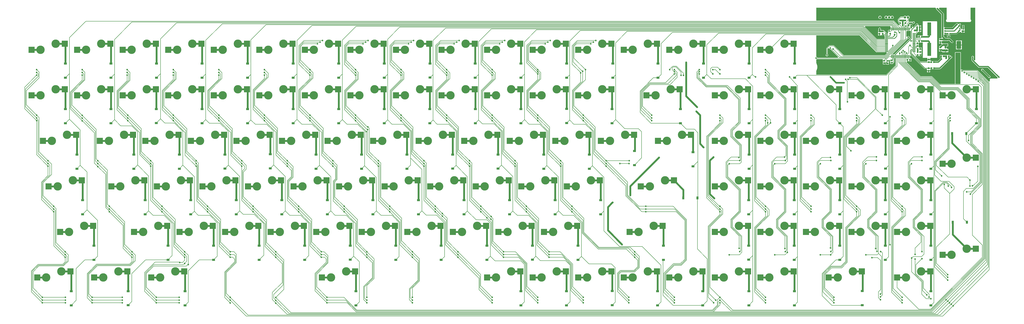
<source format=gbl>
G04*
G04 #@! TF.GenerationSoftware,Altium Limited,Altium Designer,18.1.7 (191)*
G04*
G04 Layer_Physical_Order=2*
G04 Layer_Color=16711680*
%FSLAX25Y25*%
%MOIN*%
G70*
G01*
G75*
%ADD12C,0.01000*%
%ADD14C,0.00600*%
%ADD17R,0.02559X0.02559*%
%ADD23R,0.02559X0.02559*%
%ADD26R,0.02756X0.02913*%
%ADD55C,0.02000*%
%ADD56C,0.02500*%
%ADD57C,0.00800*%
%ADD58C,0.03000*%
%ADD59C,0.01500*%
%ADD60C,0.03937*%
%ADD61O,0.04331X0.10236*%
%ADD62O,0.04331X0.08268*%
%ADD63C,0.13780*%
%ADD64C,0.02700*%
%ADD65C,0.02000*%
%ADD66C,0.03000*%
%ADD67R,0.02913X0.02756*%
%ADD68R,0.03937X0.02756*%
%ADD69R,0.02362X0.02756*%
%ADD70R,0.01181X0.04724*%
%ADD71R,0.04724X0.01181*%
%ADD72R,0.04724X0.01181*%
%ADD73R,0.05906X0.21654*%
%ADD74R,0.07677X0.12598*%
%ADD75R,0.07677X0.03543*%
%ADD76R,0.10039X0.09843*%
%ADD77R,0.04724X0.03543*%
%ADD78R,0.03543X0.04724*%
G36*
X1567391Y424299D02*
X1566005Y423725D01*
X1564831Y424899D01*
Y428232D01*
X1565037Y428539D01*
X1565188Y429300D01*
X1565037Y430061D01*
X1564606Y430706D01*
X1563961Y431137D01*
X1563200Y431288D01*
X1562439Y431137D01*
X1561794Y430706D01*
X1561363Y430061D01*
X1561212Y429300D01*
X1561363Y428539D01*
X1561569Y428232D01*
Y424223D01*
X1561693Y423599D01*
X1562047Y423069D01*
X1572670Y412446D01*
X1573199Y412093D01*
X1573823Y411969D01*
X1588224D01*
X1604391Y395802D01*
X1604455Y395478D01*
X1604462Y395438D01*
X1603635Y393978D01*
X1593052D01*
X1592466Y393861D01*
X1591970Y393530D01*
X1591638Y393034D01*
X1591522Y392448D01*
Y389444D01*
X1590022Y388823D01*
X1571602Y407242D01*
X1571271Y407463D01*
X1570881Y407541D01*
X1547285D01*
X1547027Y407927D01*
X1546382Y408358D01*
X1545621Y408510D01*
X1545150Y408416D01*
X1544126Y408961D01*
X1543649Y409353D01*
Y436700D01*
X1543459Y437159D01*
X1543000Y437349D01*
X1534900D01*
X1534441Y437159D01*
X1534251Y436700D01*
Y385109D01*
X1509031D01*
X1496819Y397321D01*
X1496488Y397542D01*
X1496098Y397620D01*
X1477851D01*
X1454427Y421043D01*
X1455049Y422543D01*
X1457623D01*
Y422143D01*
X1459501D01*
Y424600D01*
X1460001D01*
Y425100D01*
X1462379D01*
Y427057D01*
X1461320D01*
X1460004Y427500D01*
Y431776D01*
X1461504Y432397D01*
X1483668Y410233D01*
X1483668Y410233D01*
X1484032Y409990D01*
X1484461Y409904D01*
X1486963D01*
X1488143Y409132D01*
Y407254D01*
X1493057D01*
Y407910D01*
X1493689Y409138D01*
X1494551Y409146D01*
X1497452Y409146D01*
X1498952Y409146D01*
X1501586D01*
Y409394D01*
X1509226D01*
X1509850Y409518D01*
X1510379Y409872D01*
X1525121Y424613D01*
X1527898Y427391D01*
X1528261Y427463D01*
X1528906Y427894D01*
X1529337Y428539D01*
X1529488Y429300D01*
X1529337Y430061D01*
X1528906Y430706D01*
X1528261Y431137D01*
X1527500Y431288D01*
X1527347Y431258D01*
X1526037Y432086D01*
X1525846Y432344D01*
Y432580D01*
X1522087Y432580D01*
X1519867Y432580D01*
X1519833Y432586D01*
X1515379D01*
X1515346Y432580D01*
X1513500Y432580D01*
X1512000Y432580D01*
X1509366D01*
Y428821D01*
X1509614D01*
Y426604D01*
X1509702Y426160D01*
X1506064Y422522D01*
X1501186D01*
Y422770D01*
X1497427Y422770D01*
X1495659Y422770D01*
X1495173Y422866D01*
X1495057Y422843D01*
X1493557Y423681D01*
Y424662D01*
X1491100D01*
X1488643D01*
Y422784D01*
X1487463Y422012D01*
X1477324D01*
X1469218Y430118D01*
X1469790Y431512D01*
X1471003Y431372D01*
Y430921D01*
X1474762Y430921D01*
X1476262Y430921D01*
X1478896D01*
Y433975D01*
X1479217Y435342D01*
X1479217Y436047D01*
Y437298D01*
X1476839D01*
Y438298D01*
X1479217D01*
Y440143D01*
Y442100D01*
X1476839D01*
Y442600D01*
X1476339D01*
Y445057D01*
X1475874D01*
X1474459Y445133D01*
X1474406Y446534D01*
Y447013D01*
X1471950D01*
Y448013D01*
X1474406D01*
Y449891D01*
X1474006D01*
Y453067D01*
X1474663D01*
Y455524D01*
X1475663D01*
Y453067D01*
X1477541D01*
Y453467D01*
X1480846D01*
X1480983Y453300D01*
Y428800D01*
X1481049Y428468D01*
X1481237Y428187D01*
X1481518Y427999D01*
X1481850Y427933D01*
X1487306D01*
X1488643Y427540D01*
Y425662D01*
X1491100D01*
X1493557D01*
Y427540D01*
X1494894Y427933D01*
X1503750D01*
X1504081Y427999D01*
X1504362Y428187D01*
X1504550Y428468D01*
X1504616Y428800D01*
Y487544D01*
X1504550Y487876D01*
X1504362Y488157D01*
X1504081Y488345D01*
X1503750Y488411D01*
X1481850D01*
X1481518Y488345D01*
X1481237Y488157D01*
X1481049Y487876D01*
X1480983Y487544D01*
Y464705D01*
X1480851Y464544D01*
X1477541D01*
Y464944D01*
X1475663D01*
Y462487D01*
X1475163D01*
Y461987D01*
X1472785D01*
Y461050D01*
X1469650D01*
Y462736D01*
Y466911D01*
X1469703Y466922D01*
X1470034Y467143D01*
X1472171Y469279D01*
X1472392Y469610D01*
X1472440Y469854D01*
X1473572Y470743D01*
X1475450D01*
Y473200D01*
X1475950D01*
Y473700D01*
X1478327D01*
Y475657D01*
X1478327D01*
Y476243D01*
X1478327D01*
Y478200D01*
X1475950D01*
Y478700D01*
X1475450D01*
Y481157D01*
X1474663D01*
X1474553Y481215D01*
X1473537Y482600D01*
X1473386Y483361D01*
X1472955Y484006D01*
X1472310Y484437D01*
X1471549Y484588D01*
X1470788Y484437D01*
X1470143Y484006D01*
X1469712Y483361D01*
X1469623Y482911D01*
X1465348Y478636D01*
X1465240Y478635D01*
X1464415Y478931D01*
X1463914Y479324D01*
Y483257D01*
X1460141D01*
Y483657D01*
X1459052D01*
X1458304Y485157D01*
X1458789Y485800D01*
X1464121D01*
X1464213Y485339D01*
X1464644Y484694D01*
X1465289Y484263D01*
X1466050Y484112D01*
X1466810Y484263D01*
X1467455Y484694D01*
X1467886Y485339D01*
X1468038Y486100D01*
X1467886Y486861D01*
X1467455Y487506D01*
X1466810Y487937D01*
X1466050Y488088D01*
X1465289Y487937D01*
X1464837Y487635D01*
X1458132D01*
X1457561Y488617D01*
X1457476Y489100D01*
X1457570Y489195D01*
X1457792Y489526D01*
X1457869Y489916D01*
Y492442D01*
X1458145Y492556D01*
X1458681Y492968D01*
X1459093Y493505D01*
X1459352Y494130D01*
X1459440Y494800D01*
X1459352Y495471D01*
X1459093Y496095D01*
X1458681Y496632D01*
X1458145Y497044D01*
X1457520Y497302D01*
X1456850Y497391D01*
X1456179Y497302D01*
X1455554Y497044D01*
X1455300Y496848D01*
X1454953Y496632D01*
X1453746D01*
X1453399Y496848D01*
X1453145Y497044D01*
X1452520Y497302D01*
X1451850Y497391D01*
X1451179Y497302D01*
X1450554Y497044D01*
X1450018Y496632D01*
X1449606Y496095D01*
X1449492Y495820D01*
X1444650D01*
X1444259Y495742D01*
X1443929Y495521D01*
X1440529Y492121D01*
X1440308Y491790D01*
X1440230Y491400D01*
Y487823D01*
X1440308Y487433D01*
X1440529Y487102D01*
X1441793Y485838D01*
Y483521D01*
X1442653D01*
Y482112D01*
X1441153Y481491D01*
X1433622Y489021D01*
X1433292Y489242D01*
X1432902Y489320D01*
X1305600D01*
X1305600Y510622D01*
X1501951D01*
X1502126Y510517D01*
X1503066Y509122D01*
X1503061Y509100D01*
X1503213Y508339D01*
X1503644Y507694D01*
X1504078Y507404D01*
X1511911Y499571D01*
Y462754D01*
X1512055Y462032D01*
X1512270Y461709D01*
X1511902Y460728D01*
X1511514Y460249D01*
X1508061D01*
Y456476D01*
X1507661D01*
Y454598D01*
X1512575D01*
Y455359D01*
X1513857Y455884D01*
Y455884D01*
X1522735D01*
Y456369D01*
X1524713D01*
X1527632Y453450D01*
X1527994Y452908D01*
X1528639Y452477D01*
X1529400Y452326D01*
X1530161Y452477D01*
X1530806Y452908D01*
X1531237Y453553D01*
X1531388Y454314D01*
X1531237Y455075D01*
X1530806Y455720D01*
X1530479Y455938D01*
X1526828Y459589D01*
X1526216Y459998D01*
X1525494Y460141D01*
X1522735D01*
Y460627D01*
X1518592D01*
X1515683Y463535D01*
Y465807D01*
X1517157Y466627D01*
X1517917Y466475D01*
X1518678Y466627D01*
X1519323Y467058D01*
X1519343Y467087D01*
X1521041D01*
Y463658D01*
X1521146Y463132D01*
X1521444Y462685D01*
X1521891Y462387D01*
X1522417Y462282D01*
X1525417D01*
X1525944Y462387D01*
X1526391Y462685D01*
X1526689Y463132D01*
X1526794Y463658D01*
Y467087D01*
X1536843D01*
X1537370Y467192D01*
X1537817Y467490D01*
X1540230Y469904D01*
X1542043D01*
Y470720D01*
X1542486Y471017D01*
X1543986Y470216D01*
Y469504D01*
X1546454D01*
Y471882D01*
X1546954D01*
Y472382D01*
X1549923D01*
Y474260D01*
X1549923Y474260D01*
X1549838Y475525D01*
X1549686Y476286D01*
X1549481Y476593D01*
Y478172D01*
X1549523D01*
Y482128D01*
X1545961D01*
Y478172D01*
X1546218D01*
Y476593D01*
X1546013Y476286D01*
X1545861Y475525D01*
X1545322Y474946D01*
X1544528Y475061D01*
X1544391Y475215D01*
X1543635Y476652D01*
X1543664Y476800D01*
X1543540Y477424D01*
X1543187Y477953D01*
X1542657Y478307D01*
X1542615Y478316D01*
X1542360Y479896D01*
X1543091Y480627D01*
X1543091Y480627D01*
X1543389Y481073D01*
X1543494Y481600D01*
Y482280D01*
X1543624Y482476D01*
X1543749Y483100D01*
X1543624Y483724D01*
X1543271Y484254D01*
X1542742Y484607D01*
X1542117Y484731D01*
X1541493Y484607D01*
X1540964Y484254D01*
X1540714Y483880D01*
X1540078Y483834D01*
X1539146Y484027D01*
X1538751Y484618D01*
X1538139Y485027D01*
X1537417Y485171D01*
X1536695Y485027D01*
X1536084Y484618D01*
X1529552Y478086D01*
X1518430D01*
X1517917Y478188D01*
X1517157Y478037D01*
X1515683Y478857D01*
Y500352D01*
X1515540Y501074D01*
X1515131Y501686D01*
X1507695Y509122D01*
X1508316Y510622D01*
X1520472D01*
Y491511D01*
X1520152Y491297D01*
X1519895Y491040D01*
X1519564Y490544D01*
X1519425Y490209D01*
X1519308Y489624D01*
Y489261D01*
X1519425Y488676D01*
X1519564Y488341D01*
X1519895Y487845D01*
X1520152Y487588D01*
X1520648Y487257D01*
X1520983Y487118D01*
X1521203Y487074D01*
X1521418Y487009D01*
X1521600Y486991D01*
X1521675Y486998D01*
X1521750Y486984D01*
X1558364D01*
X1558438Y486998D01*
X1558514Y486991D01*
X1558695Y487009D01*
X1558910Y487074D01*
X1559130Y487118D01*
X1559465Y487257D01*
X1559962Y487588D01*
X1560218Y487845D01*
X1560550Y488341D01*
X1560688Y488676D01*
X1560732Y488896D01*
X1560797Y489111D01*
X1560815Y489292D01*
X1560800Y489442D01*
X1560815Y489593D01*
X1560797Y489774D01*
X1560732Y489989D01*
X1560688Y490209D01*
X1560550Y490544D01*
X1560218Y491040D01*
X1559962Y491297D01*
X1559642Y491511D01*
Y510622D01*
X1567391D01*
Y424299D01*
D02*
G37*
G36*
X1427498Y479953D02*
X1428095Y478700D01*
Y474794D01*
X1426595Y474080D01*
X1426510Y474137D01*
X1425749Y474288D01*
X1424989Y474137D01*
X1424344Y473706D01*
X1423913Y473061D01*
X1423761Y472300D01*
X1423913Y471539D01*
X1424344Y470894D01*
X1424180Y469597D01*
X1423648Y469054D01*
X1421663D01*
X1418299Y472419D01*
X1417968Y472640D01*
X1417578Y472717D01*
X1417006D01*
Y473676D01*
X1412893D01*
X1411936Y474779D01*
Y475487D01*
X1412038Y476000D01*
X1411886Y476761D01*
X1411455Y477406D01*
X1410810Y477837D01*
X1410050Y477988D01*
X1409289Y477837D01*
X1408644Y477406D01*
X1408213Y476761D01*
X1408061Y476000D01*
X1408163Y475487D01*
Y473665D01*
X1407793D01*
Y469891D01*
X1407393D01*
Y468013D01*
X1409849D01*
Y467513D01*
X1410349D01*
Y465135D01*
X1410997D01*
X1412306Y465135D01*
Y465135D01*
X1412493Y465146D01*
Y465146D01*
X1414450D01*
Y467524D01*
X1415450D01*
Y465146D01*
X1416898D01*
X1418050Y464305D01*
X1418449Y462970D01*
Y458983D01*
X1405808D01*
X1385896Y478895D01*
X1386470Y480280D01*
X1427279D01*
X1427498Y479953D01*
D02*
G37*
G36*
X1457345Y472376D02*
X1458435D01*
Y472776D01*
X1460004D01*
Y472776D01*
X1461355Y472415D01*
Y460791D01*
X1434398Y433835D01*
X1434345Y433755D01*
X1432845Y433824D01*
X1432153Y435038D01*
X1432082Y435210D01*
X1456894Y460022D01*
X1457450Y459912D01*
X1458210Y460063D01*
X1458855Y460494D01*
X1459286Y461139D01*
X1459438Y461900D01*
X1459286Y462661D01*
X1458855Y463306D01*
X1458210Y463737D01*
X1457450Y463888D01*
X1456689Y463737D01*
X1456044Y463306D01*
X1455613Y462661D01*
X1455427Y462564D01*
X1453927Y463470D01*
Y471958D01*
X1455254Y472376D01*
Y472376D01*
X1456345D01*
Y475738D01*
X1457345D01*
Y472376D01*
D02*
G37*
G36*
X1404550Y437557D02*
X1404881Y437336D01*
X1405272Y437258D01*
X1418449D01*
Y437146D01*
X1421254D01*
X1421828Y435760D01*
X1418441Y432373D01*
X1350918D01*
X1335071Y448221D01*
X1334740Y448442D01*
X1334350Y448520D01*
X1327349D01*
X1326959Y448442D01*
X1326628Y448221D01*
X1322628Y444221D01*
X1322408Y443890D01*
X1322330Y443500D01*
Y434164D01*
X1321944Y433906D01*
X1321513Y433261D01*
X1321361Y432500D01*
X1321513Y431739D01*
X1321944Y431094D01*
X1322589Y430663D01*
X1323349Y430512D01*
X1324110Y430663D01*
X1324755Y431094D01*
X1325186Y431739D01*
X1325338Y432500D01*
X1325186Y433261D01*
X1324755Y433906D01*
X1324369Y434164D01*
Y443078D01*
X1325406Y444115D01*
X1327007Y443594D01*
X1327013Y443565D01*
X1327444Y442920D01*
X1328089Y442489D01*
X1328850Y442337D01*
X1328972Y442362D01*
X1341775Y429559D01*
X1341201Y428173D01*
X1307404D01*
X1307386Y428261D01*
X1306955Y428906D01*
X1306310Y429337D01*
X1305600Y429478D01*
X1305600Y464880D01*
X1377227D01*
X1404550Y437557D01*
D02*
G37*
G36*
X1436140Y415533D02*
X1420827Y400220D01*
X1305600D01*
Y406518D01*
X1306032Y407224D01*
X1306810Y409100D01*
X1307284Y411075D01*
X1307443Y413100D01*
X1307284Y415125D01*
X1306810Y417100D01*
X1306032Y418976D01*
X1305600Y419682D01*
X1305600Y425522D01*
X1306310Y425663D01*
X1306955Y426094D01*
X1306982Y426134D01*
X1414257D01*
X1415393Y425257D01*
Y421498D01*
X1415393D01*
Y421123D01*
X1415393D01*
Y417364D01*
X1419152D01*
Y417612D01*
X1421377D01*
Y416935D01*
X1425490D01*
Y420709D01*
X1425891D01*
Y422587D01*
X1423434D01*
Y423587D01*
X1425891D01*
Y423919D01*
X1427390Y424850D01*
X1427493Y424800D01*
Y424600D01*
X1429950D01*
Y423600D01*
X1427493D01*
Y421722D01*
X1427893D01*
Y417949D01*
X1432006D01*
Y418933D01*
X1432267Y418985D01*
X1432597Y419206D01*
X1433906Y420514D01*
X1434127Y420845D01*
X1434205Y421236D01*
Y427500D01*
X1436140D01*
Y415533D01*
D02*
G37*
G36*
X1543000Y385109D02*
X1534900D01*
Y436700D01*
X1543000D01*
Y385109D01*
D02*
G37*
%LPC*%
G36*
X1430750Y497391D02*
X1430079Y497302D01*
X1429454Y497044D01*
X1429200Y496848D01*
X1428853Y496632D01*
X1427646D01*
X1427299Y496848D01*
X1427045Y497044D01*
X1426420Y497302D01*
X1425749Y497391D01*
X1425079Y497302D01*
X1424454Y497044D01*
X1424200Y496848D01*
X1423853Y496632D01*
X1422646D01*
X1422299Y496848D01*
X1422045Y497044D01*
X1421420Y497302D01*
X1420749Y497391D01*
X1420079Y497302D01*
X1419454Y497044D01*
X1418918Y496632D01*
X1418506Y496095D01*
X1418247Y495471D01*
X1418159Y494800D01*
X1418247Y494130D01*
X1418506Y493505D01*
X1418918Y492968D01*
X1419454Y492556D01*
X1420079Y492298D01*
X1420749Y492209D01*
X1421420Y492298D01*
X1422045Y492556D01*
X1422299Y492752D01*
X1422646Y492968D01*
X1423853D01*
X1424200Y492752D01*
X1424454Y492556D01*
X1425079Y492298D01*
X1425749Y492209D01*
X1426420Y492298D01*
X1427045Y492556D01*
X1427299Y492752D01*
X1427646Y492968D01*
X1428853D01*
X1429200Y492752D01*
X1429454Y492556D01*
X1430079Y492298D01*
X1430750Y492209D01*
X1431420Y492298D01*
X1432045Y492556D01*
X1432581Y492968D01*
X1432993Y493505D01*
X1433252Y494130D01*
X1433340Y494800D01*
X1433252Y495471D01*
X1432993Y496095D01*
X1432581Y496632D01*
X1432045Y497044D01*
X1431420Y497302D01*
X1430750Y497391D01*
D02*
G37*
G36*
X1410750D02*
X1410079Y497302D01*
X1409454Y497044D01*
X1408918Y496632D01*
X1408506Y496095D01*
X1408247Y495471D01*
X1408159Y494800D01*
X1408247Y494130D01*
X1408506Y493505D01*
X1408918Y492968D01*
X1409454Y492556D01*
X1410079Y492298D01*
X1410750Y492209D01*
X1411420Y492298D01*
X1412045Y492556D01*
X1412581Y492968D01*
X1412993Y493505D01*
X1413252Y494130D01*
X1413340Y494800D01*
X1413252Y495471D01*
X1412993Y496095D01*
X1412581Y496632D01*
X1412045Y497044D01*
X1411420Y497302D01*
X1410750Y497391D01*
D02*
G37*
G36*
X1478327Y481157D02*
X1476450D01*
Y479200D01*
X1478327D01*
Y481157D01*
D02*
G37*
G36*
Y472700D02*
X1476450D01*
Y470743D01*
X1478327D01*
Y472700D01*
D02*
G37*
G36*
X1549923Y471382D02*
X1547454D01*
Y469504D01*
X1549923D01*
Y471382D01*
D02*
G37*
G36*
X1474663Y464944D02*
X1472785D01*
Y462987D01*
X1474663D01*
Y464944D01*
D02*
G37*
G36*
X1509618Y453598D02*
X1507661D01*
Y451720D01*
X1509618D01*
Y453598D01*
D02*
G37*
G36*
X1545379Y456499D02*
X1541040D01*
Y449700D01*
X1545379D01*
Y456499D01*
D02*
G37*
G36*
X1540040D02*
X1535701D01*
Y449700D01*
X1540040D01*
Y456499D01*
D02*
G37*
G36*
X1479217Y445057D02*
X1477339D01*
Y443100D01*
X1479217D01*
Y445057D01*
D02*
G37*
G36*
X1545379Y448700D02*
X1541040D01*
Y441901D01*
X1545379D01*
Y448700D01*
D02*
G37*
G36*
X1540040D02*
X1535701D01*
Y441901D01*
X1540040D01*
Y448700D01*
D02*
G37*
G36*
X1509618Y440613D02*
X1507661D01*
Y438735D01*
X1509618D01*
Y440613D01*
D02*
G37*
G36*
X1523135Y439645D02*
X1518796D01*
Y437373D01*
X1523135D01*
Y439645D01*
D02*
G37*
G36*
X1512575Y453598D02*
X1510618D01*
Y451720D01*
X1511242D01*
X1511823Y451720D01*
X1512017Y451457D01*
X1512384Y450220D01*
X1509429Y447265D01*
X1508061D01*
Y443491D01*
X1507661D01*
Y441613D01*
X1510118D01*
Y441113D01*
X1510618D01*
Y438735D01*
X1512575D01*
X1513457Y437601D01*
Y437373D01*
X1517796D01*
Y440145D01*
X1518296D01*
Y440645D01*
X1523135D01*
Y442916D01*
X1521258D01*
X1520959Y443189D01*
X1520232Y444417D01*
X1520288Y444700D01*
X1520186Y445213D01*
Y446828D01*
X1522735D01*
Y451572D01*
X1514013D01*
X1513805Y451593D01*
X1512661Y452061D01*
X1512575Y452210D01*
X1512575Y452885D01*
X1512575Y452885D01*
X1512575Y452908D01*
Y453598D01*
D02*
G37*
G36*
X1462379Y424100D02*
X1460501D01*
Y422143D01*
X1462379D01*
Y424100D01*
D02*
G37*
G36*
X1493057Y406254D02*
X1491100D01*
Y404376D01*
X1493057D01*
Y406254D01*
D02*
G37*
G36*
X1490100D02*
X1488143D01*
Y404376D01*
X1490100D01*
Y406254D01*
D02*
G37*
G36*
X1579323Y410088D02*
X1578562Y409937D01*
X1577917Y409506D01*
X1577486Y408861D01*
X1577335Y408100D01*
X1577486Y407339D01*
X1577917Y406694D01*
X1578562Y406263D01*
X1578925Y406191D01*
X1588543Y396573D01*
X1588615Y396210D01*
X1589046Y395565D01*
X1589691Y395134D01*
X1590452Y394983D01*
X1591213Y395134D01*
X1591858Y395565D01*
X1592289Y396210D01*
X1592440Y396971D01*
X1592289Y397732D01*
X1591858Y398377D01*
X1591213Y398808D01*
X1590850Y398880D01*
X1581232Y408498D01*
X1581160Y408861D01*
X1580729Y409506D01*
X1580084Y409937D01*
X1579323Y410088D01*
D02*
G37*
G36*
X1409350Y467013D02*
X1407393D01*
Y465135D01*
X1409350D01*
Y467013D01*
D02*
G37*
%LPD*%
D12*
X1462476Y474179D02*
X1470898Y482600D01*
X1471549D01*
X1431300Y461900D02*
X1435325Y465925D01*
X1421374Y461900D02*
X1431300D01*
X1484461Y411026D02*
X1495573D01*
X1460550Y434937D02*
X1484461Y411026D01*
X1476859Y420890D02*
X1495173D01*
X1421374Y463869D02*
X1421412D01*
X1462476Y460327D02*
Y474179D01*
X1460550Y440000D02*
X1462823Y442273D01*
X1460550Y434937D02*
Y440000D01*
X1462150Y438977D02*
X1463477Y440305D01*
X1462150Y435600D02*
Y438977D01*
X1471650Y446885D02*
Y447913D01*
X1441097Y471430D02*
X1442688Y469839D01*
X1435191Y433042D02*
X1462476Y460327D01*
X1435191Y430462D02*
Y433042D01*
X1441097Y471430D02*
Y475738D01*
X1436650Y470300D02*
X1437950Y469000D01*
Y463500D02*
Y469000D01*
X1434439Y459990D02*
X1437950Y463500D01*
X1431254Y433704D02*
X1444150Y446599D01*
X1431254Y430462D02*
Y433704D01*
X1442650Y469800D02*
X1442688Y469839D01*
X1435050Y470300D02*
X1436650D01*
X1470975Y446210D02*
X1471650Y446885D01*
X1466687Y446210D02*
X1470975D01*
X1414950Y467524D02*
X1416579Y465895D01*
X1421412D01*
Y459990D02*
X1434439D01*
X1429949Y424100D02*
X1431254Y425405D01*
Y430462D01*
X1462150Y435600D02*
X1476859Y420890D01*
X1421412Y463927D02*
X1426039D01*
X1427350Y465237D01*
Y467841D02*
X1427450Y467941D01*
X1427350Y465237D02*
Y467841D01*
X1463477Y440305D02*
X1466687D01*
X1462823Y442273D02*
X1466687D01*
D14*
X1454876Y475738D02*
Y477995D01*
X1455453Y478571D01*
Y484435D01*
X1457736Y486718D02*
X1465432D01*
X1466050Y486100D01*
X1455453Y484435D02*
X1457736Y486718D01*
D17*
X1417273Y419243D02*
D03*
Y423377D02*
D03*
X1443672Y489534D02*
D03*
Y485400D02*
D03*
X1452334Y489534D02*
D03*
Y485400D02*
D03*
D23*
X1515379Y430700D02*
D03*
X1511246D02*
D03*
X1519833Y430700D02*
D03*
X1523967D02*
D03*
X1495173Y420890D02*
D03*
X1499307D02*
D03*
X1495573Y411026D02*
D03*
X1499707D02*
D03*
X1472883Y432800D02*
D03*
X1477017D02*
D03*
D26*
X1475163Y462487D02*
D03*
X1479336D02*
D03*
X1475163Y455524D02*
D03*
X1479336D02*
D03*
X1472666Y442600D02*
D03*
X1476839D02*
D03*
X1472666Y437798D02*
D03*
X1476839D02*
D03*
X1471776Y473200D02*
D03*
X1475949D02*
D03*
X1471776Y478700D02*
D03*
X1475949D02*
D03*
X1455827Y424600D02*
D03*
X1460001D02*
D03*
X1461936Y481200D02*
D03*
X1457763D02*
D03*
D55*
X1563200Y424223D02*
X1573823Y413600D01*
X1563200Y424223D02*
Y429300D01*
X1523967Y425767D02*
X1527500Y429300D01*
X1523967Y425767D02*
Y430700D01*
X1509226Y411026D02*
X1523967Y425767D01*
X1511246Y426604D02*
Y430700D01*
Y426604D02*
X1511850Y426000D01*
X1499707Y411026D02*
X1509226D01*
X1506740Y420890D02*
X1511850Y426000D01*
X1588900Y413600D02*
X1606300Y396200D01*
X1573823Y413600D02*
X1588900D01*
X1579323Y408100D02*
X1590452Y396971D01*
X1547850Y475525D02*
Y480042D01*
X1547742Y480150D02*
X1547850Y480042D01*
X1499307Y420890D02*
X1506740D01*
X1423028Y419243D02*
X1423104D01*
X1417273D02*
X1423028D01*
X1423104D02*
X1423434Y418913D01*
X1495173Y421235D02*
X1495353Y421055D01*
X1476839Y442600D02*
X1477017Y442423D01*
X1475949Y475700D02*
Y478700D01*
Y473200D02*
Y475700D01*
X1475963Y475687D01*
D56*
X1519833Y427796D02*
Y430700D01*
X1519500Y427463D02*
X1519833Y427796D01*
X1519833Y430700D02*
X1519833Y430700D01*
X1515379Y430700D02*
X1519833D01*
X1529400Y454314D02*
X1529418Y454332D01*
X1525494Y458255D02*
X1529418Y454332D01*
X1518296Y449200D02*
X1518300Y449196D01*
Y444700D02*
Y449196D01*
X1338643Y387100D02*
X1351300D01*
X1338543Y387000D02*
X1338643Y387100D01*
X1328943Y396600D02*
X1338543Y387000D01*
X1505050Y509100D02*
X1513797Y500352D01*
Y462754D02*
Y500352D01*
Y462754D02*
X1518280Y458271D01*
X1461936Y478050D02*
Y481200D01*
Y478050D02*
X1461950Y478037D01*
X1447950Y481100D02*
Y489280D01*
X1448204Y489534D01*
X1518151Y440000D02*
X1518296Y440145D01*
X1514013Y440000D02*
X1518151D01*
X1512900Y441113D02*
X1514013Y440000D01*
X1510118Y441113D02*
X1512900D01*
X1443672Y489534D02*
X1448204D01*
X1452334D01*
X1467650Y473100D02*
X1467750Y473200D01*
X1471776D01*
X1514031Y449200D02*
X1518296D01*
X1510118Y445287D02*
X1514031Y449200D01*
X1518296Y458255D02*
X1525494D01*
X1518280Y458271D02*
X1518296Y458255D01*
X1510118Y458271D02*
X1518280D01*
X1410050Y471887D02*
Y476000D01*
X1409849Y471687D02*
X1410050Y471887D01*
X1479336Y455524D02*
X1490450D01*
X1491650Y454324D01*
Y442479D02*
Y454324D01*
Y463687D02*
Y475532D01*
X1490450Y462487D02*
X1491650Y463687D01*
X1479336Y462487D02*
X1490450D01*
X1472666Y437798D02*
Y442600D01*
X1530333Y476200D02*
X1537417Y483284D01*
X1517917Y476200D02*
X1530333D01*
X1471776Y473200D02*
Y478700D01*
X1414939Y471687D02*
X1414950Y471698D01*
X1409849Y471687D02*
X1414939D01*
D57*
X1457962Y461300D02*
X1458150Y461488D01*
X1456729Y461300D02*
X1457962D01*
X1421374Y467805D02*
X1421422Y467853D01*
X1454963Y424600D02*
Y430376D01*
X1457450Y461900D02*
X1457738D01*
X1458150Y461488D01*
X1452908Y459458D02*
Y475738D01*
X1420603Y427153D02*
X1452908Y459458D01*
X1372730Y395150D02*
X1404200Y363680D01*
X1360999Y395150D02*
X1372730D01*
X1373400Y392500D02*
X1402800Y363100D01*
X1357950Y392500D02*
X1373400D01*
X1356900Y356000D02*
Y389750D01*
X1354150Y392500D02*
X1356900Y389750D01*
X1441097Y421053D02*
X1473950Y388200D01*
X1443065Y421064D02*
X1474529Y389600D01*
X1445034Y421075D02*
X1475109Y391000D01*
X1447002Y421087D02*
X1475689Y392400D01*
X1448971Y421098D02*
X1476269Y393800D01*
X1450939Y421110D02*
X1476849Y395200D01*
X1492619Y388200D02*
X1499284Y381536D01*
X1473950Y388200D02*
X1492619D01*
X1493199Y389600D02*
X1500683Y382115D01*
X1474529Y389600D02*
X1493199D01*
X1493779Y391000D02*
X1502083Y382695D01*
X1475109Y391000D02*
X1493779D01*
X1494359Y392400D02*
X1503483Y383275D01*
X1475689Y392400D02*
X1494359D01*
X1494938Y393800D02*
X1504883Y383855D01*
X1476269Y393800D02*
X1494938D01*
X1495518Y395200D02*
X1506283Y384435D01*
X1476849Y395200D02*
X1495518D01*
X1496098Y396600D02*
X1508609Y384090D01*
X1477429Y396600D02*
X1496098D01*
X1452908Y421121D02*
X1477429Y396600D01*
X1499284Y325126D02*
Y381536D01*
X1500683Y382097D02*
Y382115D01*
X1502083Y382677D02*
Y382695D01*
X1503483Y383257D02*
Y383275D01*
X1504883Y383837D02*
Y383855D01*
X1506283Y384417D02*
Y384435D01*
X1500683Y382097D02*
X1513736Y369044D01*
X1502083Y382677D02*
X1509560Y375200D01*
X1503483Y383257D02*
X1510140Y376600D01*
X1504883Y383837D02*
X1510720Y378000D01*
X1506283Y384417D02*
X1511300Y379400D01*
X1513736Y366200D02*
Y369044D01*
X1510720Y378000D02*
X1538360D01*
X1510140Y376600D02*
X1537780D01*
X1509560Y375200D02*
X1537200D01*
X1511300Y379400D02*
X1538940D01*
X1508609Y384090D02*
X1573410D01*
X1424600Y400050D02*
X1439128Y414579D01*
X1424600Y325443D02*
Y400050D01*
X1421249Y399200D02*
X1437160Y415110D01*
X1290100Y399200D02*
X1421249D01*
X1432902Y488300D02*
X1443065Y478136D01*
X103200Y488300D02*
X1432902D01*
X178832Y486900D02*
X1431370D01*
X1439128Y479141D01*
X252300Y485500D02*
X1430790D01*
X1437160Y479130D01*
X1430210Y484100D02*
X1435191Y479119D01*
X327600Y484100D02*
X1430210D01*
X1429630Y482700D02*
X1433223Y479107D01*
X399800Y482700D02*
X1429630D01*
X475500Y481300D02*
X1429050D01*
X1431254Y479096D01*
X1383448Y479900D02*
X1405385Y457963D01*
X548200Y479900D02*
X1383448D01*
X1382868Y478500D02*
X1405374Y455995D01*
X619800Y478500D02*
X1382868D01*
X695300Y477100D02*
X1382289D01*
X1405363Y454026D01*
X770600Y475700D02*
X1381709D01*
X1405351Y452058D01*
X845200Y474300D02*
X1381129D01*
X1405340Y450089D01*
X1380549Y472900D02*
X1405328Y448120D01*
X917000Y472900D02*
X1380549D01*
X994200Y471500D02*
X1379969D01*
X1405317Y446152D01*
X1068800Y470100D02*
X1379389D01*
X1405306Y444183D01*
X1378809Y468700D02*
X1405294Y442215D01*
X1144700Y468700D02*
X1378809D01*
X1378229Y467300D02*
X1405283Y440246D01*
X1222900Y467300D02*
X1378229D01*
X1253200Y465900D02*
X1377649D01*
X1405272Y438278D01*
X1139902Y408598D02*
X1147500Y401000D01*
X77500Y344440D02*
X117200Y304740D01*
X118600Y258200D02*
X122836Y253964D01*
X78900Y346800D02*
X118600Y307100D01*
X217138Y91498D02*
X257900D01*
X172252Y329200D02*
X193100Y308352D01*
X172802Y332895D02*
Y334300D01*
X268500Y85100D02*
X271300Y87900D01*
X228552Y183800D02*
X250400Y161952D01*
X1411800Y109300D02*
X1414600Y106500D01*
X1509650Y4150D02*
X1589000Y83500D01*
X1179500Y265035D02*
Y283600D01*
X1177800Y322100D02*
Y359440D01*
X1157340Y379900D02*
X1177800Y359440D01*
X1164900Y298200D02*
X1179500Y283600D01*
X1164900Y309200D02*
X1177800Y322100D01*
X1135289Y408598D02*
X1139902D01*
X1109100Y404698D02*
X1113000Y408598D01*
X1109100Y395077D02*
Y404698D01*
X1164900Y298200D02*
Y309200D01*
X1124277Y379900D02*
X1157340D01*
X1109100Y395077D02*
X1124277Y379900D01*
X1178500Y264035D02*
X1179500Y265035D01*
X1177935Y264600D02*
X1178500Y264035D01*
X1178300Y175400D02*
Y210100D01*
X1165000Y162100D02*
X1178300Y175400D01*
X1157200Y231200D02*
X1178300Y210100D01*
X1178700Y114300D02*
Y134800D01*
X1165000Y148500D02*
X1178700Y134800D01*
X1165520Y264600D02*
X1177935D01*
X1157200Y256280D02*
X1165520Y264600D01*
X1157200Y231200D02*
Y256280D01*
X1165000Y148500D02*
Y162100D01*
X2300Y379698D02*
X22100Y399498D01*
X2300Y344200D02*
X22002Y324498D01*
X2300Y344200D02*
Y379698D01*
X22100Y268550D02*
X40850Y249800D01*
Y234197D02*
Y249800D01*
X22002Y324498D02*
X22100D01*
Y268550D02*
Y324498D01*
X50414Y118186D02*
X68051Y100549D01*
X69014Y91974D02*
Y99498D01*
X65140Y88100D02*
X69014Y91974D01*
X31513Y24498D02*
X69288D01*
X50225Y174498D02*
X50414Y174309D01*
X30113Y194610D02*
Y223460D01*
X50414Y118186D02*
Y174309D01*
X30113Y194610D02*
X50225Y174498D01*
X30113Y223460D02*
X40850Y234197D01*
X24520Y88100D02*
X65140D01*
X13500Y77080D02*
X24520Y88100D01*
X13500Y42510D02*
X31513Y24498D01*
X13500Y42510D02*
Y77080D01*
X1157920Y381300D02*
X1179200Y360020D01*
X1181000Y260200D02*
Y284080D01*
X1179200Y321520D02*
Y360020D01*
X1179700Y258900D02*
X1181000Y260200D01*
X1166300Y298780D02*
X1181000Y284080D01*
X1166300Y308620D02*
X1179200Y321520D01*
X1110500Y402700D02*
X1113000Y405200D01*
X1124900Y381300D02*
X1157920D01*
X1110500Y395700D02*
Y402700D01*
X1166300Y298780D02*
Y308620D01*
X1110500Y395700D02*
X1124900Y381300D01*
X1179700Y174820D02*
Y210680D01*
X1181500Y110700D02*
Y133980D01*
X1166400Y161520D02*
X1179700Y174820D01*
X1161800Y258900D02*
X1179700D01*
X1166400Y149080D02*
X1181500Y133980D01*
X1179700Y108900D02*
X1181500Y110700D01*
X1158600Y255700D02*
X1161800Y258900D01*
X1158600Y231780D02*
X1179700Y210680D01*
X1158600Y231780D02*
Y255700D01*
X1166400Y149080D02*
Y161520D01*
X24450Y270448D02*
X40850Y254048D01*
X43725Y251173D01*
X22100Y404048D02*
X24600Y401548D01*
Y397500D02*
Y401548D01*
X3700Y376600D02*
X24600Y397500D01*
X22100Y327821D02*
X24450Y325471D01*
X22100Y327821D02*
Y329048D01*
X24450Y270448D02*
Y325471D01*
X3700Y347448D02*
X22100Y329048D01*
X3700Y347448D02*
Y376600D01*
X72000Y92980D02*
Y101061D01*
X69014Y104048D02*
X72000Y101061D01*
X52700Y120361D02*
X69014Y104048D01*
X65720Y86700D02*
X72000Y92980D01*
X31513Y29048D02*
X69288D01*
X25100Y86700D02*
X65720D01*
X43725Y235092D02*
Y251173D01*
X50225Y179048D02*
X52700Y176573D01*
X31513Y222880D02*
X43725Y235092D01*
X31513Y197760D02*
Y222880D01*
Y197760D02*
X50225Y179048D01*
X52700Y120361D02*
Y176573D01*
X14900Y76500D02*
X25100Y86700D01*
X14900Y45660D02*
Y76500D01*
Y45660D02*
X31513Y29048D01*
X1180600Y320940D02*
Y361480D01*
X1159380Y382700D02*
X1180600Y361480D01*
X1167700Y308040D02*
X1180600Y320940D01*
X1167700Y299360D02*
Y308040D01*
X1125480Y382700D02*
X1159380D01*
X1134200Y412600D02*
X1143098D01*
X1131800Y410200D02*
X1134200Y412600D01*
X1143098D02*
X1147100Y408598D01*
X1131800Y405189D02*
X1135289Y401700D01*
X1131800Y405189D02*
Y410200D01*
X1112790Y401490D02*
X1113000Y401700D01*
X1112790Y395390D02*
Y401490D01*
Y395390D02*
X1125480Y382700D01*
X1179900Y253800D02*
X1182500Y256400D01*
Y284560D01*
X1181100Y174240D02*
Y211260D01*
X1167700Y299360D02*
X1182500Y284560D01*
X1160000Y232360D02*
X1181100Y211260D01*
X1167800Y160940D02*
X1181100Y174240D01*
X1183200Y107500D02*
Y134260D01*
X1167800Y149660D02*
X1183200Y134260D01*
X1179500Y103800D02*
X1183200Y107500D01*
X1162400Y253800D02*
X1179900D01*
X1160000Y251400D02*
X1162400Y253800D01*
X1167800Y149660D02*
Y160940D01*
X1162400Y103800D02*
X1179500D01*
X1160000Y232360D02*
Y251400D01*
X5100Y374100D02*
X26100Y395100D01*
X40850Y258598D02*
X46600Y252848D01*
Y235987D02*
Y252848D01*
X26000Y273448D02*
X40850Y258598D01*
X26100Y395100D02*
Y404598D01*
X22100Y408598D02*
X26100Y404598D01*
X22100Y333598D02*
X26000Y329698D01*
Y273448D02*
Y329698D01*
X5100Y350598D02*
X22100Y333598D01*
X5100Y350598D02*
Y374100D01*
X74300Y93300D02*
Y103311D01*
X69014Y108598D02*
X74300Y103311D01*
X54100Y123511D02*
X69014Y108598D01*
X66200Y85200D02*
X74300Y93300D01*
X25800Y85200D02*
X66200D01*
X31513Y33598D02*
X69288D01*
X54100Y123511D02*
Y179723D01*
X50225Y183598D02*
X54100Y179723D01*
X32913Y222300D02*
X46600Y235987D01*
X32913Y200910D02*
Y222300D01*
Y200910D02*
X50225Y183598D01*
X16300Y75700D02*
X25800Y85200D01*
X16300Y48810D02*
Y75700D01*
Y48810D02*
X31513Y33598D01*
X1255600Y266800D02*
Y282000D01*
X1253400Y264600D02*
X1255600Y266800D01*
X1242400Y295200D02*
X1255600Y282000D01*
X1225800Y387400D02*
X1253300Y359900D01*
X1240520Y264600D02*
X1253400D01*
X1253300Y319200D02*
Y359900D01*
X1242400Y308300D02*
X1253300Y319200D01*
X1242400Y295200D02*
Y308300D01*
X1225800Y387400D02*
Y395798D01*
X1222100Y399498D02*
X1225800Y395798D01*
X1253000Y175100D02*
Y210600D01*
X1240000Y148400D02*
Y162100D01*
X1232200Y256280D02*
X1240520Y264600D01*
X1232200Y231400D02*
Y256280D01*
X1240000Y162100D02*
X1253000Y175100D01*
X1232200Y231400D02*
X1253000Y210600D01*
X1254100Y114000D02*
Y134300D01*
X1240000Y148400D02*
X1254100Y134300D01*
X135800Y181545D02*
Y236171D01*
X122871Y249100D02*
X135800Y236171D01*
X97100Y391200D02*
Y399498D01*
X77500Y371600D02*
X97100Y391200D01*
X77500Y344440D02*
Y371600D01*
X117200Y254771D02*
X122871Y249100D01*
X117200Y254771D02*
Y304740D01*
X141621Y174498D02*
X164300Y151819D01*
Y114369D02*
X179171Y99498D01*
X164300Y114369D02*
Y151819D01*
X179171Y92331D02*
Y99498D01*
X175140Y88300D02*
X179171Y92331D01*
X120840Y88300D02*
X175140D01*
X141621Y174498D02*
Y175724D01*
X135800Y181545D02*
X141621Y175724D01*
X105300Y72760D02*
X120840Y88300D01*
X105300Y32732D02*
Y72760D01*
X113534Y24498D02*
X163038D01*
X105300Y32732D02*
X113534Y24498D01*
X1227200Y387980D02*
X1254700Y360480D01*
X1257000Y261200D02*
Y282580D01*
X1254700Y318620D02*
Y360480D01*
Y258900D02*
X1257000Y261200D01*
X1243800Y295780D02*
X1257000Y282580D01*
X1243800Y307720D02*
X1254700Y318620D01*
X1243800Y295780D02*
Y307720D01*
X1227200Y387980D02*
Y398948D01*
X1222100Y404048D02*
X1227200Y398948D01*
X1236800Y258900D02*
X1254700D01*
X1241400Y161520D02*
X1254400Y174520D01*
Y211180D01*
X1233600Y255700D02*
X1236800Y258900D01*
X1233600Y231980D02*
Y255700D01*
Y231980D02*
X1254400Y211180D01*
X1254700Y108900D02*
X1256700Y110900D01*
Y133680D01*
X1241400Y148980D02*
X1256700Y133680D01*
X1241400Y148980D02*
Y161520D01*
X122871Y254000D02*
X137200Y239671D01*
X141621Y179048D02*
X165700Y154969D01*
X137200Y183469D02*
X141621Y179048D01*
X137200Y183469D02*
Y239671D01*
X99800Y391780D02*
Y401348D01*
X97100Y404048D02*
X99800Y401348D01*
X97100Y404048D02*
X97952D01*
X78900Y370880D02*
X99800Y391780D01*
X118600Y258200D02*
Y307100D01*
X78900Y346800D02*
Y370880D01*
X179171Y104048D02*
X181986Y101233D01*
X165700Y117519D02*
X179171Y104048D01*
X181986Y93165D02*
Y101233D01*
X175720Y86900D02*
X181986Y93165D01*
X165700Y117519D02*
Y154969D01*
X121420Y86900D02*
X175720D01*
X106700Y72180D02*
X121420Y86900D01*
X106700Y35882D02*
Y72180D01*
Y35882D02*
X113534Y29048D01*
X163038D01*
X1228600Y388560D02*
X1256100Y361060D01*
X1245200Y307140D02*
X1256100Y318040D01*
Y361060D01*
X1254300Y253800D02*
X1258500Y258000D01*
Y283060D01*
X1245200Y296360D02*
X1258500Y283060D01*
X1235000Y232560D02*
X1255800Y211760D01*
X1242800Y160940D02*
X1255800Y173940D01*
X1228600Y388560D02*
Y402098D01*
X1245200Y296360D02*
Y307140D01*
X1222100Y408598D02*
X1228600Y402098D01*
X1237400Y253800D02*
X1254300D01*
X1255800Y173940D02*
Y211760D01*
X1235000Y251400D02*
X1237400Y253800D01*
X1235000Y232560D02*
Y251400D01*
X1258200Y107500D02*
Y134160D01*
X1254500Y103800D02*
X1258200Y107500D01*
X1242800Y149560D02*
X1258200Y134160D01*
X1242800Y149560D02*
Y160940D01*
X1237400Y103800D02*
X1254500D01*
X138600Y186619D02*
Y242971D01*
X120000Y261571D02*
X122871Y258700D01*
X138600Y242971D01*
X167100Y120669D02*
Y158119D01*
X138600Y186619D02*
X141621Y183598D01*
X167100Y158119D01*
X101500Y391500D02*
Y404198D01*
X97100Y408598D02*
X101500Y404198D01*
X80300Y370300D02*
X101500Y391500D01*
X80300Y350100D02*
Y370300D01*
X120000Y261571D02*
Y310400D01*
X80300Y350100D02*
X97100Y333300D01*
X120000Y310400D01*
X184800Y94000D02*
Y102969D01*
X179171Y108598D02*
X184800Y102969D01*
X176300Y85500D02*
X184800Y94000D01*
X167100Y120669D02*
X179171Y108598D01*
X122000Y85500D02*
X176300D01*
X108100Y71600D02*
X122000Y85500D01*
X108100Y39032D02*
Y71600D01*
X113534Y33598D02*
X163038D01*
X108100Y39032D02*
X113534Y33598D01*
X1329100Y115100D02*
Y134100D01*
X1315020Y264100D02*
X1329200D01*
X1307200Y231300D02*
X1328000Y210500D01*
X1315000Y148200D02*
X1329100Y134100D01*
X1315000Y162100D02*
X1328000Y175100D01*
Y210500D01*
X1307200Y256280D02*
X1315020Y264100D01*
X1307200Y231300D02*
Y256280D01*
X1315000Y148200D02*
Y162100D01*
X265900Y94600D02*
Y99498D01*
X262300Y91000D02*
X265900Y94600D01*
X191700Y268624D02*
X209600Y250724D01*
Y249498D02*
Y250724D01*
X171100Y390360D02*
Y399498D01*
X154300Y373560D02*
X171100Y390360D01*
X154300Y342298D02*
Y373560D01*
X191700Y268624D02*
Y304898D01*
X154300Y342298D02*
X172100Y324498D01*
X191700Y304898D01*
X247600Y117798D02*
X265900Y99498D01*
X257900Y91000D02*
X262300D01*
X219013Y24498D02*
X256788D01*
X247600Y117798D02*
Y155248D01*
X228350Y174498D02*
X247600Y155248D01*
X209600Y193248D02*
X228350Y174498D01*
X209600Y193248D02*
Y249498D01*
X199900Y74260D02*
X217138Y91498D01*
X199900Y43610D02*
X219013Y24498D01*
X199900Y43610D02*
Y74260D01*
X1329700Y108900D02*
X1331700Y110900D01*
Y133480D01*
X1316400Y148780D02*
X1331700Y133480D01*
X1311800Y258900D02*
X1329700D01*
X1329400Y174520D02*
Y211080D01*
X1308600Y255700D02*
X1311800Y258900D01*
X1308600Y231880D02*
Y255700D01*
Y231880D02*
X1329400Y211080D01*
X1316400Y148780D02*
Y161520D01*
X1329400Y174520D01*
X269200Y92900D02*
Y100748D01*
X193100Y270548D02*
X209600Y254048D01*
X212300Y195098D02*
Y251348D01*
X209600Y254048D02*
X212300Y251348D01*
X171100Y404048D02*
X173700Y401448D01*
Y390980D02*
Y401448D01*
X155700Y372980D02*
X173700Y390980D01*
X155700Y345448D02*
Y372980D01*
X193100Y270548D02*
Y308352D01*
X172100Y329048D02*
X172252Y329200D01*
X155700Y345448D02*
X172100Y329048D01*
X265900Y104048D02*
X269200Y100748D01*
X249000Y120948D02*
X265900Y104048D01*
X265700Y89400D02*
X269200Y92900D01*
X263500Y87200D02*
X265700Y89400D01*
X214820Y87200D02*
X263500D01*
X219013Y29048D02*
X256788D01*
X228350Y179048D02*
X249000Y158398D01*
Y120948D02*
Y158398D01*
X212300Y195098D02*
X228350Y179048D01*
X201300Y73680D02*
X214820Y87200D01*
X201300Y46760D02*
X219013Y29048D01*
X201300Y46760D02*
Y73680D01*
X1333200Y107500D02*
Y133960D01*
X1330800Y173940D02*
Y211660D01*
X1329500Y103800D02*
X1333200Y107500D01*
X1317800Y160940D02*
X1330800Y173940D01*
X1310000Y232460D02*
X1330800Y211660D01*
X1317800Y149360D02*
X1333200Y133960D01*
X1317800Y149360D02*
Y160940D01*
X1310000Y251400D02*
X1312400Y253800D01*
X1310000Y232460D02*
Y251400D01*
X1312400Y103800D02*
X1329500D01*
X194500Y273698D02*
X209600Y258598D01*
X194500Y273698D02*
Y311198D01*
X172802Y332895D02*
X194500Y311198D01*
X228350Y183598D02*
X228552Y183800D01*
X213700Y198248D02*
Y254498D01*
X209600Y258598D02*
X213700Y254498D01*
X171100Y408598D02*
X175700Y403998D01*
Y391000D02*
Y403998D01*
X157100Y372400D02*
X175700Y391000D01*
X157100Y348598D02*
Y372400D01*
X172100Y333598D02*
X172802Y334300D01*
X157100Y348598D02*
X172100Y333598D01*
X271600Y87600D02*
Y102898D01*
X265900Y108598D02*
X271600Y102898D01*
X250400Y124098D02*
X265900Y108598D01*
X214700Y85100D02*
X268500D01*
X219013Y33598D02*
X256788D01*
X250400Y124098D02*
Y161952D01*
X213700Y198248D02*
X228350Y183598D01*
X202700Y73100D02*
X214700Y85100D01*
X202700Y49910D02*
Y73100D01*
Y49910D02*
X219013Y33598D01*
X1390920Y265000D02*
X1404700D01*
X1403400Y114100D02*
Y134900D01*
X1390000Y148300D02*
X1403400Y134900D01*
X1382200Y231100D02*
X1403100Y210200D01*
Y175200D02*
Y210200D01*
X1382200Y256280D02*
X1390920Y265000D01*
X1382200Y231100D02*
Y256280D01*
X1390000Y162100D02*
X1403100Y175200D01*
X1390000Y148300D02*
Y162100D01*
X1411600Y46200D02*
Y94200D01*
X1408000Y42600D02*
X1411600Y46200D01*
X1406800Y99000D02*
X1411600Y94200D01*
X1408000Y32900D02*
Y42600D01*
Y32900D02*
X1411400Y29500D01*
X1397400Y99000D02*
X1406800D01*
X266500Y267598D02*
X284600Y249498D01*
X247100Y392160D02*
Y399498D01*
X228800Y373860D02*
X247100Y392160D01*
X228800Y342798D02*
Y373860D01*
Y342798D02*
X247100Y324498D01*
X266500Y267598D02*
Y305098D01*
X247100Y324498D02*
X266500Y305098D01*
X340900Y99498D02*
X345002D01*
X348100Y96400D01*
X322300Y118098D02*
X340900Y99498D01*
X348100Y91860D02*
Y96400D01*
X331700Y75460D02*
X348100Y91860D01*
X331700Y33400D02*
X340900Y24200D01*
X285600Y192248D02*
Y248498D01*
Y192248D02*
X303350Y174498D01*
X284600Y249498D02*
X285600Y248498D01*
X322300Y118098D02*
Y155548D01*
X331700Y33400D02*
Y75460D01*
X303350Y174498D02*
X322300Y155548D01*
X1545621Y406521D02*
X1570881D01*
X1590400Y387003D01*
X1405800Y109200D02*
Y134480D01*
X1391400Y148880D02*
X1405800Y134480D01*
X1388100Y258900D02*
X1404700D01*
X1383600Y254400D02*
X1388100Y258900D01*
X1383600Y231680D02*
Y254400D01*
X1391400Y161520D02*
X1404500Y174620D01*
Y210780D01*
X1383600Y231680D02*
X1404500Y210780D01*
X1391400Y148880D02*
Y161520D01*
X1590400Y79100D02*
Y387003D01*
X1414600Y37600D02*
Y106500D01*
X1531000Y19700D02*
X1590400Y79100D01*
X1411400Y34400D02*
X1414600Y37600D01*
X1514050Y2750D02*
X1531000Y19700D01*
X367100Y2750D02*
X1514050D01*
X1411800Y108900D02*
Y109300D01*
X347152Y104048D02*
X349500Y101700D01*
Y91280D02*
Y101700D01*
X267900Y271974D02*
X284600Y255274D01*
Y254048D02*
Y255274D01*
Y254048D02*
X286900Y251748D01*
X248352Y404048D02*
X249600Y402800D01*
X247100Y404048D02*
X248352D01*
X249600Y392680D02*
Y402800D01*
X230200Y373280D02*
X249600Y392680D01*
X230200Y345948D02*
Y373280D01*
X247100Y329048D02*
X267900Y308248D01*
Y271974D02*
Y308248D01*
X230200Y345948D02*
X247100Y329048D01*
X340900Y104048D02*
X347152D01*
X323700Y121248D02*
X340900Y104048D01*
X333100Y74880D02*
X349500Y91280D01*
X340900Y28950D02*
X367100Y2750D01*
X333100Y36750D02*
Y74880D01*
Y36750D02*
X340900Y28950D01*
X287000Y195398D02*
Y249078D01*
X286950Y249128D02*
X287000Y249078D01*
Y195398D02*
X303350Y179048D01*
X286900Y250521D02*
X286950Y250471D01*
X286900Y250521D02*
Y251748D01*
X286950Y249128D02*
Y250471D01*
X323700Y121248D02*
Y158698D01*
X303350Y179048D02*
X323700Y158698D01*
X1549454Y404126D02*
X1549499Y404080D01*
X1571342D02*
X1589000Y386423D01*
X1549499Y404080D02*
X1571342D01*
X1392800Y160940D02*
X1405900Y174040D01*
X1392800Y149460D02*
X1408200Y134060D01*
X1385000Y251400D02*
X1387400Y253800D01*
X1405900Y174040D02*
Y211360D01*
X1392800Y149460D02*
Y160940D01*
X1385000Y232260D02*
Y251400D01*
Y232260D02*
X1405900Y211360D01*
X1589000Y83500D02*
Y386423D01*
X1413000Y39700D02*
Y101100D01*
X1408200Y105900D02*
X1413000Y101100D01*
X1412300Y39000D02*
X1413000Y39700D01*
X370250Y4150D02*
X1509650D01*
X1406100Y103800D02*
X1408200Y105900D01*
Y134060D01*
X1387400Y103800D02*
X1406100D01*
X269300Y273898D02*
Y311398D01*
Y273898D02*
X284600Y258598D01*
X247100Y333598D02*
X269300Y311398D01*
X288400Y198548D02*
Y254798D01*
X284600Y258598D02*
X288400Y254798D01*
X247100Y408598D02*
X251800Y403898D01*
Y392900D02*
Y403898D01*
X231600Y372700D02*
X251800Y392900D01*
X231600Y349098D02*
Y372700D01*
Y349098D02*
X247100Y333598D01*
X341302Y109000D02*
X346700D01*
X340900Y108598D02*
X341302Y109000D01*
X346700D02*
X350900Y104800D01*
Y90700D02*
Y104800D01*
X340900Y33500D02*
X370250Y4150D01*
X334500Y74300D02*
X350900Y90700D01*
X303350Y183598D02*
X325100Y161848D01*
X288400Y198548D02*
X303350Y183598D01*
X334500Y39900D02*
Y74300D01*
Y39900D02*
X340900Y33500D01*
X325100Y124398D02*
Y161848D01*
Y124398D02*
X340900Y108598D01*
X1556000Y399350D02*
X1572113D01*
X1501550Y6950D02*
X1586200Y91600D01*
X1559800Y397000D02*
X1560950D01*
X322102Y333600D02*
X344400Y311302D01*
X322102Y408600D02*
X327200Y403502D01*
X1147202Y333700D02*
X1152000Y328902D01*
X397302Y408800D02*
X403400Y402702D01*
X1572113Y399350D02*
X1586200Y385263D01*
X1479700Y108900D02*
Y135480D01*
X1461800Y258900D02*
X1479700D01*
X1466400Y148780D02*
X1479700Y135480D01*
X1458600Y255700D02*
X1461800Y258900D01*
X1466400Y161520D02*
X1479500Y174620D01*
Y210880D01*
X1466400Y148780D02*
Y161520D01*
X1458600Y231780D02*
Y255700D01*
Y231780D02*
X1479500Y210880D01*
X1586200Y91600D02*
Y385263D01*
X1491529Y34000D02*
Y39129D01*
X1482100Y48557D02*
Y60160D01*
X1469900Y72360D02*
X1482100Y60160D01*
Y48557D02*
X1491529Y39129D01*
X1469900Y87400D02*
X1479800Y97300D01*
X1469900Y72360D02*
Y87400D01*
X343000Y270648D02*
X359600Y254048D01*
X364500Y245400D02*
Y249148D01*
X359600Y254048D02*
X364500Y249148D01*
X322100Y404048D02*
X324800Y401348D01*
Y393480D02*
Y401348D01*
X305200Y373880D02*
X324800Y393480D01*
X305200Y345948D02*
Y373880D01*
X322100Y329048D02*
X343000Y308148D01*
Y270648D02*
Y308148D01*
X305200Y345948D02*
X322100Y329048D01*
X427700Y53818D02*
Y92248D01*
Y53818D02*
X427800Y53718D01*
X399500Y120448D02*
X415900Y104048D01*
X427700Y92248D01*
X415900Y28750D02*
X437700Y6950D01*
X1501550D01*
X412500Y38418D02*
X427800Y53718D01*
X361100Y242000D02*
X364500Y245400D01*
X361100Y196198D02*
Y242000D01*
X361200Y196198D02*
X378350Y179048D01*
X412500Y32150D02*
Y38418D01*
X399500Y120448D02*
Y157898D01*
X412500Y32150D02*
X415900Y28750D01*
X378350Y179048D02*
X399500Y157898D01*
X1560950Y396939D02*
X1572544D01*
X1584800Y384683D01*
X1467800Y160940D02*
X1480900Y174040D01*
Y211460D01*
X1467800Y149360D02*
X1483200Y133960D01*
X1460000Y232360D02*
X1480900Y211460D01*
X1467800Y149360D02*
Y160940D01*
X1460000Y251400D02*
X1462400Y253800D01*
X1460000Y232360D02*
Y251400D01*
X1519400Y29700D02*
X1584800Y95100D01*
Y384683D01*
X1479300Y38600D02*
X1486600Y31300D01*
X1483200Y104500D02*
Y133960D01*
X1498050Y8350D02*
X1519400Y29700D01*
X1486600Y31300D02*
X1494529D01*
X440850Y8350D02*
X1498050D01*
X1479200Y100500D02*
X1483200Y104500D01*
X1465000Y100500D02*
X1479200D01*
X1462700Y98200D02*
X1465000Y100500D01*
X1462700Y75600D02*
X1479300Y59000D01*
X1462700Y75600D02*
Y98200D01*
X1479300Y38600D02*
Y59000D01*
X344400Y273798D02*
Y311302D01*
Y273798D02*
X359600Y258598D01*
X367100Y244600D02*
Y251098D01*
X359600Y258598D02*
X367100Y251098D01*
X322100Y408598D02*
X322102Y408600D01*
X327200Y393900D02*
Y403502D01*
X306600Y373300D02*
X327200Y393900D01*
X322100Y333598D02*
X322102Y333600D01*
X306600Y349098D02*
Y373300D01*
Y349098D02*
X322100Y333598D01*
X415900Y108598D02*
X429200Y95298D01*
Y46600D02*
Y95298D01*
X415900Y33300D02*
X429200Y46600D01*
X415900Y33300D02*
X440850Y8350D01*
X362500Y240000D02*
X367100Y244600D01*
X362500Y199448D02*
Y240000D01*
Y199448D02*
X378350Y183598D01*
X400900Y123598D02*
X415900Y108598D01*
X400900Y123598D02*
Y161048D01*
X378350Y183598D02*
X400900Y161048D01*
X1572447Y389753D02*
X1580600Y381600D01*
X1147100Y333598D02*
X1147202Y333700D01*
X1152000Y321459D02*
Y328902D01*
X1128141Y297600D02*
X1152000Y321459D01*
X1146102Y183598D02*
X1147100D01*
X1128000Y201700D02*
X1146102Y183598D01*
X1128000Y297600D02*
X1128141D01*
X1128000Y201700D02*
Y297600D01*
X1580600Y98620D02*
Y381600D01*
X1151700Y170600D02*
Y178998D01*
X1494530Y12550D02*
X1580600Y98620D01*
X1147100Y183598D02*
X1151700Y178998D01*
X1130600Y149500D02*
X1151700Y170600D01*
X1168147Y12550D02*
X1494530D01*
X1147100Y33598D02*
X1168147Y12550D01*
X1130600Y50098D02*
X1147100Y33598D01*
X1130600Y50098D02*
Y149500D01*
X1142800Y29298D02*
X1147100Y33598D01*
X528168Y33598D02*
X549216Y12550D01*
X1134790D02*
X1142800Y20560D01*
Y29298D01*
X549216Y12550D02*
X1134790D01*
X418800Y274398D02*
X434600Y258598D01*
X418800Y274398D02*
Y311898D01*
X397100Y333598D02*
X418800Y311898D01*
X444300Y231200D02*
Y248898D01*
X437500Y224400D02*
X444300Y231200D01*
X434600Y258598D02*
X444300Y248898D01*
X397100Y408598D02*
X397302Y408800D01*
X403400Y396300D02*
Y402702D01*
X381100Y349598D02*
X397100Y333598D01*
X381100Y374000D02*
X403400Y396300D01*
X381100Y349598D02*
Y374000D01*
X495402Y108598D02*
X501700Y102300D01*
Y90200D02*
Y102300D01*
X490900Y108598D02*
X495402D01*
X500225Y33598D02*
X528168D01*
X483300Y71800D02*
X501700Y90200D01*
X483300Y50523D02*
X500225Y33598D01*
X453350Y183598D02*
X475000Y161948D01*
X437500Y199448D02*
Y224400D01*
Y199448D02*
X453350Y183598D01*
X475000Y124498D02*
Y161948D01*
X483300Y50523D02*
Y71800D01*
X475000Y124498D02*
X490900Y108598D01*
X1568615Y392148D02*
X1568660Y392103D01*
X1573420D02*
X1582000Y383523D01*
X1568660Y392103D02*
X1573420D01*
X1147100Y329048D02*
X1149800Y326348D01*
Y321238D02*
Y326348D01*
X1127561Y299000D02*
X1149800Y321238D01*
X1127420Y299000D02*
X1127561D01*
X1126600Y298180D02*
X1127420Y299000D01*
X1126600Y199548D02*
Y298180D01*
Y199548D02*
X1147100Y179048D01*
X1582000Y98040D02*
Y383523D01*
X1495110Y11150D02*
X1582000Y98040D01*
X1149800Y170680D02*
Y176348D01*
X1147100Y179048D02*
X1149800Y176348D01*
X1129200Y150080D02*
X1149800Y170680D01*
X1164997Y11150D02*
X1495110D01*
X1147100Y29048D02*
X1164997Y11150D01*
X1129200Y40000D02*
X1140100Y29100D01*
X1129200Y40000D02*
Y150080D01*
X1144200Y26148D02*
X1147100Y29048D01*
X1144200Y19980D02*
Y26148D01*
X548636Y11150D02*
X1135370D01*
X530738Y29048D02*
X548636Y11150D01*
X1135370D02*
X1144200Y19980D01*
X417500Y271148D02*
X434600Y254048D01*
X442900Y231780D02*
Y245748D01*
X434600Y254048D02*
X442900Y245748D01*
X397100Y404048D02*
X401009Y400139D01*
Y395889D02*
Y400139D01*
X379700Y374580D02*
X401009Y395889D01*
X379700Y346448D02*
Y374580D01*
Y346448D02*
X397100Y329048D01*
X417400Y273818D02*
X417500Y273718D01*
X417400Y273818D02*
Y308748D01*
X417500Y271148D02*
Y273718D01*
X397100Y329048D02*
X417400Y308748D01*
X491017Y103931D02*
X496069D01*
X500300Y99700D01*
X490900Y104048D02*
X491017Y103931D01*
X500225Y29048D02*
X530738D01*
X500300Y90780D02*
Y99700D01*
X481900Y72380D02*
X500300Y90780D01*
X481900Y47373D02*
X500225Y29048D01*
X436100Y224980D02*
X442900Y231780D01*
X436100Y196298D02*
Y224980D01*
Y196298D02*
X453350Y179048D01*
X473600Y121348D02*
X490900Y104048D01*
X473600Y121348D02*
Y158798D01*
X481900Y47373D02*
Y72380D01*
X453350Y179048D02*
X473600Y158798D01*
X1564782Y394544D02*
X1572959D01*
X1583400Y384103D01*
X1147100Y320518D02*
Y324498D01*
X1126982Y300400D02*
X1147100Y320518D01*
X1125200Y298760D02*
X1126840Y300400D01*
X1147100Y174498D02*
Y175724D01*
X1126840Y300400D02*
X1126982D01*
X1125200Y197624D02*
Y298760D01*
Y197624D02*
X1147100Y175724D01*
X1583400Y97460D02*
Y384103D01*
X1495690Y9750D02*
X1583400Y97460D01*
X1127800Y150660D02*
X1147100Y169960D01*
Y174498D01*
Y20900D02*
Y24498D01*
X1135950Y9750D02*
X1495690D01*
X1135950D02*
X1147100Y20900D01*
X1127800Y33600D02*
Y150660D01*
Y33600D02*
X1136700Y24700D01*
X548056Y9750D02*
X1135950D01*
X533308Y24498D02*
X548056Y9750D01*
X416100Y267998D02*
X434600Y249498D01*
X397100Y393960D02*
Y399498D01*
X378300Y375160D02*
X397100Y393960D01*
X378300Y343298D02*
Y375160D01*
Y343298D02*
X397100Y324498D01*
X416000Y273238D02*
Y305598D01*
X416100Y267998D02*
Y273138D01*
X416000Y273238D02*
X416100Y273138D01*
X397100Y324498D02*
X416000Y305598D01*
X496102Y99498D02*
X498900Y96700D01*
X472200Y118198D02*
X490900Y99498D01*
X500225Y24498D02*
X533308D01*
X498900Y91360D02*
Y96700D01*
X480500Y72960D02*
X498900Y91360D01*
X490900Y99498D02*
X496102D01*
X480500Y44223D02*
X500225Y24498D01*
X434700Y225560D02*
X441500Y232360D01*
Y242598D01*
X434700Y193148D02*
X453350Y174498D01*
X434600Y249498D02*
X441500Y242598D01*
X434700Y193148D02*
Y225560D01*
X480500Y44223D02*
Y72960D01*
X472200Y118198D02*
Y155648D01*
X453350Y174498D02*
X472200Y155648D01*
X1553000Y401900D02*
X1553286D01*
X1459651Y475738D02*
X1461950Y478037D01*
X1458813Y475738D02*
X1459651D01*
X1452908Y421121D02*
Y430462D01*
X1450939Y421110D02*
Y430462D01*
X1448971Y421098D02*
Y430462D01*
X1447002Y421087D02*
Y430462D01*
X1445034Y421075D02*
Y430462D01*
X1443065Y421064D02*
Y430462D01*
X1441097Y421053D02*
Y430462D01*
X1447002Y475738D02*
Y478147D01*
X1443672Y481477D02*
X1447002Y478147D01*
X1448971Y478148D02*
X1450750Y479927D01*
X1448971Y475738D02*
Y478148D01*
X1450939Y478136D02*
X1453203Y480400D01*
X1450939Y475738D02*
Y478136D01*
X1443672Y481477D02*
Y485400D01*
X1457850Y446400D02*
X1460250Y448800D01*
X1457850Y435900D02*
Y446400D01*
X1454876Y432927D02*
X1457850Y435900D01*
X1456845Y475738D02*
Y481200D01*
X1459136Y424600D02*
Y425613D01*
X1443065Y430462D02*
Y435784D01*
X1443050Y435800D02*
X1443065Y435784D01*
X1447002Y430462D02*
Y436647D01*
X1446350Y437300D02*
X1447002Y436647D01*
X1448971Y430462D02*
Y439679D01*
X1448716Y439933D02*
X1448971Y439679D01*
X1571712Y401730D02*
X1587600Y385843D01*
X1464289Y444242D02*
X1466687D01*
X1460250Y448281D02*
X1464289Y444242D01*
X1460250Y448281D02*
Y448800D01*
X1452908Y434458D02*
X1454449Y436000D01*
X1452908Y430462D02*
Y434458D01*
X1450750Y483816D02*
X1452334Y485400D01*
X1450750Y479927D02*
Y483816D01*
X1456850Y489916D02*
Y494800D01*
X1452334Y485400D02*
X1456850Y489916D01*
X1448971Y457501D02*
Y475738D01*
X1447002Y457513D02*
Y475738D01*
X1461891Y456053D02*
X1466687D01*
X1429286Y433856D02*
X1456729Y461300D01*
X1431849Y446376D02*
Y448200D01*
X1421412Y438336D02*
X1423810D01*
X1431849Y446376D01*
X1445034Y457524D02*
Y475738D01*
X1418863Y431354D02*
X1445034Y457524D01*
X1441250Y487823D02*
X1443672Y485400D01*
X1441250Y487823D02*
Y491400D01*
X1443065Y475738D02*
Y478136D01*
X1431254Y475738D02*
Y479096D01*
X1433223Y475738D02*
Y479107D01*
X1435191Y475738D02*
Y479119D01*
X1437160Y475738D02*
Y479130D01*
X1439128Y475738D02*
Y479141D01*
X1444650Y494800D02*
X1451850D01*
X1441250Y491400D02*
X1444650Y494800D01*
X1450939Y437323D02*
X1451583Y437967D01*
X1450939Y430462D02*
Y437323D01*
X1437160Y415110D02*
Y430462D01*
X1439128Y414579D02*
Y430462D01*
X1553286Y401730D02*
X1571712D01*
X1419443Y429953D02*
X1447002Y457513D01*
X1420023Y428553D02*
X1448971Y457501D01*
X1429286Y430462D02*
Y433856D01*
X1469897Y456053D02*
X1471950Y454000D01*
Y452700D02*
Y454000D01*
X1466687Y456053D02*
X1469897D01*
X1451850Y494800D02*
X1452929D01*
X1423028Y419243D02*
X1423358Y418913D01*
X1420603Y421668D02*
X1423028Y419243D01*
X1423358Y418913D02*
X1423434D01*
X1417273Y423377D02*
Y423823D01*
X1420603Y421668D02*
Y425174D01*
X1425892Y430462D01*
X1466687Y457981D02*
X1476955D01*
X1479336Y455524D02*
Y455600D01*
X1476955Y457981D02*
X1479336Y455600D01*
X1466687Y457981D02*
Y458021D01*
Y460030D02*
X1476955D01*
X1479336Y462411D02*
Y462487D01*
X1476955Y460030D02*
X1479336Y462411D01*
X1466687Y459990D02*
Y460030D01*
X1469450Y432800D02*
X1472883D01*
X1471024Y444242D02*
X1472666Y442600D01*
X1466687Y444242D02*
X1471024D01*
X1425892Y430462D02*
X1429286D01*
X1417273Y423823D02*
X1420603Y427153D01*
X1471450Y472873D02*
X1471776Y473200D01*
X1471450Y470000D02*
Y472873D01*
X1469313Y467864D02*
X1471450Y470000D01*
X1466687Y467864D02*
X1469313D01*
X1425749Y472300D02*
X1426250Y471800D01*
X1466687Y435562D02*
X1469450Y432800D01*
X1466687Y435562D02*
Y438336D01*
X1305896Y427153D02*
X1420603D01*
X1344223Y428553D02*
X1420023D01*
X1350496Y431354D02*
X1418863D01*
X1346146Y429953D02*
X1419443D01*
X1414950Y471698D02*
X1417578D01*
X1421412Y467864D01*
X1454876Y430462D02*
Y432927D01*
X1456845Y427905D02*
X1459136Y425613D01*
X1456845Y427905D02*
Y430462D01*
X1305550Y427500D02*
X1305896Y427153D01*
X1328850Y443927D02*
X1344223Y428553D01*
X1333350Y442750D02*
X1346146Y429953D01*
X1334350Y447500D02*
X1350496Y431354D01*
X1426250Y471800D02*
X1428450D01*
X1429286Y472636D01*
Y475738D01*
X1454876Y430462D02*
X1454963Y430376D01*
X1323349Y443500D02*
X1327349Y447500D01*
X1323349Y432500D02*
Y443500D01*
X1327349Y447500D02*
X1334350D01*
X1405272Y438278D02*
X1421374D01*
X1328850Y443927D02*
Y444326D01*
X1405385Y457963D02*
X1421374D01*
X1405374Y455995D02*
X1421374D01*
X1405363Y454026D02*
X1421374D01*
X1405351Y452058D02*
X1421374D01*
X1405340Y450089D02*
X1421374D01*
X1405328Y448120D02*
X1421374D01*
X1405317Y446152D02*
X1421374D01*
X1405306Y444183D02*
X1421374D01*
X1405294Y442215D02*
X1421374D01*
X1405283Y440246D02*
X1421374D01*
X1433185Y421236D02*
Y430404D01*
X1431876Y419927D02*
X1433185Y421236D01*
X1429949Y419927D02*
X1431876D01*
X1076800Y395900D02*
Y403898D01*
X1064990Y384090D02*
X1076800Y395900D01*
X1032190Y384090D02*
X1064990D01*
X925702Y391902D02*
Y408598D01*
X906800Y373000D02*
X925702Y391902D01*
X905300Y421352D02*
X921200Y405452D01*
Y389380D02*
Y405452D01*
X905400Y373580D02*
X921200Y389380D01*
X906700Y427405D02*
X925605Y408500D01*
X906700Y427405D02*
Y446900D01*
X905300Y421352D02*
Y447480D01*
X903900Y417698D02*
X918398Y403200D01*
X917800Y387960D02*
Y403200D01*
X904000Y374160D02*
X917800Y387960D01*
X1562900Y217300D02*
X1563900D01*
X1571600Y225000D01*
X1538940Y379400D02*
X1557600Y360740D01*
Y346000D02*
Y360740D01*
X1556200Y345420D02*
Y360160D01*
X1538360Y378000D02*
X1556200Y360160D01*
X1554800Y344840D02*
Y359580D01*
X1537780Y376600D02*
X1554800Y359580D01*
X1553400Y344260D02*
Y359000D01*
X1537200Y375200D02*
X1553400Y359000D01*
X1573410Y384090D02*
X1577400Y380100D01*
X1426800Y120200D02*
Y331000D01*
X1404200Y343600D02*
X1414300Y333500D01*
X1404200Y343600D02*
Y363680D01*
X1419529Y320372D02*
X1424600Y325443D01*
Y250486D02*
Y325443D01*
X1419600Y245486D02*
X1424600Y250486D01*
Y175443D02*
Y250486D01*
Y100443D02*
Y175443D01*
X1419529Y95372D02*
X1424600Y100443D01*
X1419529Y170372D02*
X1424600Y175443D01*
X1402800Y343720D02*
Y363100D01*
X1355700Y296620D02*
X1402800Y343720D01*
X1350100Y250943D02*
Y314800D01*
X1344529Y320372D02*
X1350100Y314800D01*
X1338500Y326400D02*
X1344529Y320372D01*
X1338500Y326400D02*
Y350800D01*
X1290100Y399200D02*
X1338500Y350800D01*
X1297402Y333900D02*
X1302600Y328702D01*
X569800Y273398D02*
Y311900D01*
X567300Y314400D02*
X569800Y311900D01*
X566698Y314400D02*
X567300D01*
X566498Y314200D02*
X566698Y314400D01*
X547100Y333598D02*
X566498Y314200D01*
X547100Y408598D02*
X551900Y403798D01*
Y393100D02*
Y403798D01*
X531800Y373000D02*
X551900Y393100D01*
X530300Y420848D02*
X547100Y404048D01*
Y404100D02*
X549700Y401500D01*
Y392880D02*
Y401500D01*
X530400Y373580D02*
X549700Y392880D01*
X547100Y392260D02*
Y399498D01*
X529000Y374160D02*
X547100Y392260D01*
X530400Y345748D02*
Y373580D01*
X529000Y342598D02*
Y374160D01*
X531800Y348898D02*
Y373000D01*
X1372402Y333900D02*
X1377200Y329102D01*
X1372302Y183800D02*
X1378500Y177602D01*
X626800Y393000D02*
Y403898D01*
X606800Y373000D02*
X626800Y393000D01*
X622100Y408598D02*
X626800Y403898D01*
X678350Y179048D02*
X696600Y160798D01*
X622100Y404048D02*
X624750Y401398D01*
Y392930D02*
Y401398D01*
X605400Y373580D02*
X624750Y392930D01*
X605300Y420848D02*
X622100Y404048D01*
Y392260D02*
Y399498D01*
X604000Y374160D02*
X622100Y392260D01*
X1447402Y333900D02*
X1453400Y327902D01*
X1447302Y183800D02*
X1452610Y178492D01*
X753350Y183598D02*
X770374Y166574D01*
X702400Y393600D02*
Y403298D01*
X681800Y373000D02*
X702400Y393600D01*
X697100Y404100D02*
X699900Y401300D01*
Y393080D02*
Y401300D01*
X680400Y373580D02*
X699900Y393080D01*
X697100Y392260D02*
Y399498D01*
X679000Y374160D02*
X697100Y392260D01*
Y408598D02*
X702400Y403298D01*
X772100Y404100D02*
X775200Y401000D01*
X790300Y273348D02*
Y310848D01*
X772100Y329048D02*
X790300Y310848D01*
X787500Y251186D02*
Y307118D01*
X775418Y319200D02*
X787500Y307118D01*
X756043Y319200D02*
X775418D01*
X788900Y270198D02*
Y307698D01*
X772100Y324498D02*
X788900Y307698D01*
X772100Y408598D02*
X777400Y403298D01*
Y393600D02*
Y403298D01*
X756800Y373000D02*
X777400Y393600D01*
X775200Y393380D02*
Y401000D01*
X755400Y373580D02*
X775200Y393380D01*
X772100Y392260D02*
Y399498D01*
X754000Y374160D02*
X772100Y392260D01*
X847200Y408598D02*
X852200Y403598D01*
Y393400D02*
Y403598D01*
X831800Y373000D02*
X852200Y393400D01*
X850100Y393280D02*
Y402300D01*
X830400Y373580D02*
X850100Y393280D01*
X847200Y392360D02*
Y400218D01*
X829000Y374160D02*
X847200Y392360D01*
X830400Y345748D02*
Y373580D01*
X829000Y342598D02*
Y374160D01*
X847100Y404100D02*
X848200Y405200D01*
Y404200D02*
Y405200D01*
Y404200D02*
X850100Y402300D01*
X847200Y400218D02*
X847941Y400959D01*
X828900Y420000D02*
X847200Y401700D01*
X828900Y420000D02*
Y448160D01*
X830300Y422100D02*
X847200Y405200D01*
X830300Y422100D02*
Y447580D01*
X1072100Y405200D02*
X1075200Y402100D01*
Y398800D02*
Y402100D01*
X1061890Y385490D02*
X1075200Y398800D01*
X1072100Y408598D02*
X1076800Y403898D01*
X1222402Y333900D02*
X1230400Y325902D01*
X1222302Y183800D02*
X1228100Y178002D01*
X472302Y333800D02*
X494100Y312002D01*
X1230400Y321000D02*
Y325902D01*
X1225800Y321000D02*
Y325348D01*
X1222100Y329048D02*
X1225800Y325348D01*
X1302600Y318200D02*
Y328702D01*
X1281900Y297500D02*
X1302600Y318200D01*
X1297100Y329048D02*
X1300300Y325848D01*
Y317880D02*
Y325848D01*
X1280500Y298080D02*
X1300300Y317880D01*
X1372100Y329048D02*
X1375000Y326148D01*
Y319880D02*
Y326148D01*
X1352900Y297780D02*
X1375000Y319880D01*
X1377200Y320100D02*
Y329102D01*
X1354300Y297200D02*
X1377200Y320100D01*
X1453400Y319000D02*
Y327902D01*
X1431900Y297500D02*
X1453400Y319000D01*
X1450800Y318380D02*
Y325348D01*
X1447100Y329048D02*
X1450800Y325348D01*
X1430500Y298080D02*
X1450800Y318380D01*
X1452610Y168210D02*
Y178492D01*
X1432500Y148100D02*
X1452610Y168210D01*
X1447100Y179048D02*
X1450200Y175948D01*
Y167780D02*
Y175948D01*
X1431100Y148680D02*
X1450200Y167780D01*
X1222100Y179048D02*
X1225400Y175748D01*
Y167980D02*
Y175748D01*
X1205500Y148080D02*
X1225400Y167980D01*
X1228100Y168700D02*
Y178002D01*
X1206900Y147500D02*
X1228100Y168700D01*
X1378500Y169100D02*
Y177602D01*
X1356900Y147500D02*
X1378500Y169100D01*
X1372100Y179048D02*
X1375800Y175348D01*
Y168380D02*
Y175348D01*
X1355500Y148080D02*
X1375800Y168380D01*
X1562600Y136100D02*
X1579200Y119500D01*
X1562600Y136100D02*
Y203020D01*
X1559300Y203500D02*
Y203840D01*
X1553286Y207300D02*
X1560780D01*
X1577800Y222340D02*
Y269860D01*
X1559300Y203840D02*
X1577800Y222340D01*
X1560780Y207300D02*
X1576400Y222920D01*
Y269280D01*
X1552714Y290986D02*
X1575000Y268700D01*
X1552714Y290986D02*
Y303400D01*
X1575000Y223500D02*
Y268700D01*
X1579200Y219620D02*
Y270440D01*
X1562600Y287040D02*
X1579200Y270440D01*
X1562600Y287040D02*
Y300700D01*
X1561200Y286460D02*
X1577800Y269860D01*
X1561200Y286460D02*
Y301280D01*
X1559800Y285880D02*
X1576400Y269280D01*
X1559800Y285880D02*
Y301860D01*
X1562600Y203020D02*
X1579200Y219620D01*
X1576000Y316080D02*
Y327600D01*
X1574600Y316660D02*
Y327020D01*
X1573200Y317240D02*
Y326440D01*
X1554800Y344840D02*
X1573200Y326440D01*
X1569529Y320372D02*
Y328132D01*
X1553400Y344260D02*
X1569529Y328132D01*
X1557600Y346000D02*
X1576000Y327600D01*
X1505350Y5550D02*
X1587600Y87800D01*
X410200Y29900D02*
X434550Y5550D01*
X1505350D01*
X1587600Y87800D02*
Y385843D01*
X1493950Y13950D02*
X1579200Y99200D01*
Y119500D01*
X1474450Y13950D02*
X1493950D01*
X1564400Y212900D02*
X1575000Y223500D01*
X1577400Y315500D02*
Y380100D01*
X1556400Y300440D02*
X1573200Y317240D01*
X1559800Y301860D02*
X1574600Y316660D01*
X1561200Y301280D02*
X1576000Y316080D01*
X1562600Y300700D02*
X1577400Y315500D01*
X1556400Y292100D02*
Y300440D01*
X1457200Y256280D02*
X1465820Y264900D01*
X1479800D01*
X1480700Y44700D02*
X1487600Y37800D01*
X1480700Y44700D02*
Y59580D01*
X1468500Y104300D02*
Y114600D01*
X1478200Y124300D01*
X1468500Y96800D02*
X1468500Y96800D01*
X1468500Y71780D02*
Y96800D01*
X640900Y99498D02*
X649700Y90698D01*
Y61760D02*
Y90698D01*
X635600Y47660D02*
X649700Y61760D01*
X635600Y29798D02*
Y47660D01*
Y29798D02*
X640900Y24498D01*
Y104048D02*
X651100Y93848D01*
Y61180D02*
Y93848D01*
X637000Y47080D02*
X651100Y61180D01*
X637000Y32948D02*
Y47080D01*
Y32948D02*
X640900Y29048D01*
Y108598D02*
X652500Y96998D01*
Y60600D02*
Y96998D01*
X640900Y49000D02*
X652500Y60600D01*
X640900Y33598D02*
Y49000D01*
X565900Y99498D02*
X574800Y90598D01*
Y65760D02*
Y90598D01*
X560400Y51360D02*
X574800Y65760D01*
X560400Y29998D02*
Y51360D01*
Y29998D02*
X565900Y24498D01*
X561800Y32400D02*
Y50780D01*
Y32400D02*
X565152Y29048D01*
X565900Y104048D02*
X576200Y93748D01*
Y65180D02*
Y93748D01*
X561800Y50780D02*
X576200Y65180D01*
X577600Y64600D02*
Y96898D01*
X565900Y52900D02*
X577600Y64600D01*
X565900Y108598D02*
X577600Y96898D01*
X565152Y29048D02*
X565900D01*
Y33598D02*
Y52900D01*
X1524900Y323300D02*
X1526100Y324500D01*
X1524900Y277900D02*
Y323300D01*
X1503483Y256483D02*
X1524900Y277900D01*
X1500683Y234916D02*
Y257643D01*
X1522100Y279060D01*
Y329598D01*
X1526100Y333598D01*
X1502083Y243417D02*
Y257063D01*
X1523500Y278480D01*
Y326448D01*
X1526100Y329048D01*
X1503483Y250617D02*
Y256483D01*
X1053500Y37000D02*
Y95372D01*
X1105000Y310500D02*
X1110700Y304800D01*
Y257186D02*
Y304800D01*
X1110114Y197300D02*
X1110700Y197886D01*
X1102900Y249386D02*
X1110700Y257186D01*
Y197886D02*
Y257186D01*
X1110114Y113186D02*
Y197300D01*
Y113186D02*
X1126200Y97100D01*
X1558800Y217000D02*
Y226700D01*
X1554000Y231500D02*
X1558800Y226700D01*
X1522600Y231500D02*
X1554000D01*
X1503483Y250617D02*
X1522600Y231500D01*
X1532700Y212037D02*
Y216000D01*
X1525300Y204637D02*
X1532700Y212037D01*
X1525300Y138000D02*
Y204637D01*
X1516400Y213537D02*
X1525300Y204637D01*
X1516400Y213537D02*
Y219500D01*
X1503483Y116183D02*
X1525300Y138000D01*
X1503483Y89714D02*
Y116183D01*
X1502083Y86564D02*
Y208507D01*
X1500683Y83414D02*
Y209087D01*
X1503483Y89714D02*
X1522100Y71098D01*
X1502083Y86564D02*
X1522100Y66548D01*
X1502083Y208507D02*
X1515427Y221850D01*
X1514847Y223250D02*
X1520850D01*
X1500683Y209087D02*
X1514847Y223250D01*
X1510950Y224650D02*
X1524050D01*
X1520850Y223250D02*
X1528500Y215600D01*
X1516000Y219500D02*
X1516400D01*
X1528500Y214500D02*
Y215600D01*
X1500683Y234916D02*
X1510950Y224650D01*
X1520250Y221850D02*
X1523100Y219000D01*
X1515427Y221850D02*
X1520250D01*
X1499284Y100126D02*
Y175126D01*
Y250126D01*
Y25126D02*
Y100126D01*
X1500683Y83414D02*
X1522100Y61998D01*
X1125500Y449500D02*
X1144700Y468700D01*
X1200400Y444800D02*
X1222900Y467300D01*
X1228500Y441200D02*
X1253200Y465900D01*
X1438736Y49664D02*
X1474450Y13950D01*
X1556200Y345420D02*
X1574600Y327020D01*
X1499284Y250126D02*
Y325126D01*
X1502083Y243417D02*
X1512000Y233500D01*
X1494529Y20372D02*
X1499284Y25126D01*
X1494529Y95372D02*
X1499284Y100126D01*
X1494529Y170372D02*
X1499284Y175126D01*
X1494529Y320372D02*
X1499284Y325126D01*
X1494529Y245372D02*
X1499284Y250126D01*
X1523100Y216900D02*
Y219000D01*
X472102Y324500D02*
X491300Y305302D01*
X1273907Y399200D02*
X1290100D01*
X1270079Y395372D02*
X1273907Y399200D01*
X1478200Y124300D02*
Y135000D01*
X1465000Y148200D02*
X1478200Y135000D01*
X1465000Y148200D02*
Y162100D01*
X1478100Y175200D01*
X1457200Y231200D02*
X1478100Y210300D01*
Y175200D02*
Y210300D01*
X1457200Y231200D02*
Y256280D01*
X1074800Y413000D02*
X1083200Y404600D01*
Y399200D02*
Y404600D01*
X1225800Y318380D02*
Y321000D01*
X1205500Y298080D02*
X1225800Y318380D01*
X1205500Y195648D02*
Y298080D01*
Y195648D02*
X1222100Y179048D01*
X1205500Y45648D02*
X1222100Y29048D01*
X1205500Y45648D02*
Y148080D01*
X461820Y453900D02*
X488700D01*
X472100Y404048D02*
X475100Y401048D01*
Y394780D02*
Y401048D01*
X454900Y374580D02*
X475100Y394780D01*
X455300Y447380D02*
X461820Y453900D01*
X455300Y420848D02*
Y447380D01*
Y420848D02*
X472100Y404048D01*
X454900Y346248D02*
Y374580D01*
Y346248D02*
X472100Y329048D01*
X528350Y179048D02*
X548900Y158498D01*
X565900Y104048D02*
Y105274D01*
X548900Y122274D02*
Y158498D01*
Y122274D02*
X565900Y105274D01*
X509600Y254048D02*
X515500Y248148D01*
X492700Y270948D02*
Y308448D01*
X472100Y329048D02*
X492700Y308448D01*
Y270948D02*
X509600Y254048D01*
X511800Y224380D02*
X515500Y228080D01*
Y248148D01*
X511800Y195598D02*
Y224380D01*
Y195598D02*
X528350Y179048D01*
X1222100Y316660D02*
Y324498D01*
X1204100Y298660D02*
X1222100Y316660D01*
X1204100Y192498D02*
X1222100Y174498D01*
X1204100Y192498D02*
Y298660D01*
Y148660D02*
X1222100Y166660D01*
Y174498D01*
X1204100Y42498D02*
Y148660D01*
Y42498D02*
X1222100Y24498D01*
X462540Y456600D02*
X492900D01*
X472100Y393760D02*
Y399498D01*
X453900Y447960D02*
X462540Y456600D01*
X453900Y417698D02*
Y447960D01*
Y417698D02*
X472100Y399498D01*
Y324498D02*
X472102Y324500D01*
X453500Y375160D02*
X472100Y393760D01*
X453500Y343098D02*
Y375160D01*
Y343098D02*
X472100Y324498D01*
X547500Y117898D02*
Y155348D01*
X528350Y174498D02*
X547500Y155348D01*
Y117898D02*
X565900Y99498D01*
X491300Y267798D02*
Y305302D01*
Y267798D02*
X509600Y249498D01*
X510400Y224960D02*
X514100Y228660D01*
Y244998D01*
X509600Y249498D02*
X514100Y244998D01*
X510400Y192448D02*
Y224960D01*
Y192448D02*
X528350Y174498D01*
X1297100Y333598D02*
X1297402Y333900D01*
X1281900Y198798D02*
Y297500D01*
Y198798D02*
X1297100Y183598D01*
X1297302Y183800D01*
X623000Y126498D02*
Y163948D01*
Y126498D02*
X640900Y108598D01*
X535800Y451200D02*
X559500D01*
X531700Y447100D02*
X535800Y451200D01*
X531700Y423998D02*
Y447100D01*
Y423998D02*
X547100Y408598D01*
X531800Y348898D02*
X547100Y333598D01*
X588600Y198348D02*
Y254598D01*
Y198348D02*
X603350Y183598D01*
X623000Y163948D01*
X584600Y258598D02*
X588600Y254598D01*
X569800Y273398D02*
X584600Y258598D01*
X1280500Y195648D02*
Y298080D01*
Y195648D02*
X1297100Y179048D01*
X621600Y123348D02*
X640900Y104048D01*
X621600Y123348D02*
Y160798D01*
X536520Y453900D02*
X563700D01*
X530300Y447680D02*
X536520Y453900D01*
X530300Y420848D02*
Y447680D01*
X584600Y254048D02*
X587100Y251548D01*
X603350Y179048D02*
X621600Y160798D01*
X587100Y195298D02*
Y251548D01*
Y195298D02*
X603350Y179048D01*
X547100Y329048D02*
X566148Y310000D01*
X530400Y345748D02*
X547100Y329048D01*
X567200Y271448D02*
Y310000D01*
X566148D02*
X567200D01*
Y271448D02*
X584600Y254048D01*
X1297100Y316660D02*
Y324498D01*
X1279100Y298660D02*
X1297100Y316660D01*
X1279100Y192498D02*
Y298660D01*
Y192498D02*
X1297100Y174498D01*
X620200Y120198D02*
Y157680D01*
Y120198D02*
X640900Y99498D01*
X537240Y456600D02*
X567900D01*
X528900Y448260D02*
X537240Y456600D01*
X528900Y417698D02*
Y448260D01*
Y417698D02*
X547100Y399498D01*
X603350Y174498D02*
X603382D01*
X620200Y157680D01*
X584600Y193248D02*
X603350Y174498D01*
X564700Y306800D02*
Y306898D01*
X529000Y342598D02*
X547100Y324498D01*
X564700Y306898D01*
X584600Y193248D02*
Y249498D01*
X564700Y269398D02*
Y306800D01*
Y269398D02*
X584600Y249498D01*
X1372100Y333598D02*
X1372402Y333900D01*
X1372100Y183598D02*
X1372302Y183800D01*
X1354300Y201398D02*
Y297200D01*
Y201398D02*
X1372100Y183598D01*
X1356900Y91400D02*
Y147500D01*
X1347600Y82100D02*
X1356900Y91400D01*
X1330781Y82100D02*
X1347600D01*
X1319700Y48498D02*
X1334600Y33598D01*
X1319700Y71019D02*
X1330781Y82100D01*
X1319700Y48498D02*
Y71019D01*
X610800Y451200D02*
X634500D01*
X641800Y276398D02*
Y313898D01*
Y276398D02*
X659600Y258598D01*
X622100Y333598D02*
X641800Y313898D01*
X606700Y447100D02*
X610800Y451200D01*
X606700Y423998D02*
Y447100D01*
Y423998D02*
X622100Y408598D01*
X606800Y348898D02*
Y373000D01*
Y348898D02*
X622100Y333598D01*
X698000Y126498D02*
Y163948D01*
X690174Y171774D02*
X698000Y163948D01*
Y126498D02*
X715900Y108598D01*
X753200Y52498D02*
X772100Y33598D01*
X753200Y52498D02*
Y71298D01*
X715900Y108598D02*
X753200Y71298D01*
X663600Y198348D02*
Y254598D01*
X659600Y258598D02*
X663600Y254598D01*
Y198348D02*
X678350Y183598D01*
X690174Y171774D01*
X1571600Y225000D02*
Y249300D01*
X903200Y47948D02*
Y87660D01*
Y47948D02*
X922100Y29048D01*
X761420Y453900D02*
X788700D01*
X755300Y447780D02*
X761420Y453900D01*
X755300Y420848D02*
Y447780D01*
Y420848D02*
X772100Y404048D01*
X755400Y345748D02*
Y373580D01*
Y345748D02*
X772100Y329048D01*
X847300Y122648D02*
Y160098D01*
X828350Y179048D02*
X847300Y160098D01*
X865900Y104048D02*
X886812D01*
X903200Y87660D01*
X847300Y122648D02*
X865900Y104048D01*
X809600Y254048D02*
X812100Y251548D01*
X790300Y273348D02*
X809600Y254048D01*
X812100Y195298D02*
X828350Y179048D01*
X812100Y195298D02*
Y251548D01*
X1524050Y224650D02*
X1532700Y216000D01*
X760700Y451200D02*
X784500D01*
X791700Y276498D02*
Y313998D01*
X772100Y333598D02*
X791700Y313998D01*
X756700Y447200D02*
X760700Y451200D01*
X756700Y423998D02*
Y447200D01*
Y423998D02*
X772100Y408598D01*
X756800Y348898D02*
Y373000D01*
Y348898D02*
X772100Y333598D01*
X848700Y125798D02*
X865900Y108598D01*
X848700Y125798D02*
Y163248D01*
X828350Y183598D02*
X848700Y163248D01*
X904600Y51098D02*
Y88240D01*
X884242Y108598D02*
X904600Y88240D01*
Y51098D02*
X922100Y33598D01*
X865900Y108598D02*
X884242D01*
X809600Y258598D02*
X813900Y254298D01*
Y198048D02*
Y254298D01*
X791700Y276498D02*
X809600Y258598D01*
X813900Y198048D02*
X828350Y183598D01*
X1447100Y316660D02*
Y324498D01*
X1429100Y298660D02*
X1447100Y316660D01*
Y166660D02*
Y174498D01*
X1429100Y192498D02*
X1447100Y174498D01*
X1429700Y149260D02*
X1447100Y166660D01*
X1429100Y192498D02*
Y298660D01*
X1429700Y41898D02*
X1447100Y24498D01*
X1429700Y41898D02*
Y149260D01*
X826600Y44998D02*
X847100Y24498D01*
X826600Y44998D02*
Y88480D01*
X815582Y99498D02*
X826600Y88480D01*
X687340Y456600D02*
X717900D01*
X678900Y448160D02*
X687340Y456600D01*
X678900Y417698D02*
Y448160D01*
Y417698D02*
X697100Y399498D01*
X714000Y270098D02*
Y307598D01*
X697100Y324498D02*
X714000Y307598D01*
X679000Y342598D02*
Y374160D01*
Y342598D02*
X697100Y324498D01*
X790900Y99498D02*
X815582D01*
X770600Y119798D02*
X790900Y99498D01*
X763340Y164540D02*
X770600Y157280D01*
Y119798D02*
Y157280D01*
X714000Y270098D02*
X734600Y249498D01*
Y193248D02*
Y249498D01*
X753382Y174498D02*
X763340Y164540D01*
X753350Y174498D02*
X753382D01*
X734600Y193248D02*
X753350Y174498D01*
X1430500Y195648D02*
Y298080D01*
Y195648D02*
X1447100Y179048D01*
X1431100Y45048D02*
Y148680D01*
Y45048D02*
X1447100Y29048D01*
X828000Y48148D02*
X847100Y29048D01*
X828000Y48148D02*
Y89060D01*
X686620Y453900D02*
X713700D01*
X715400Y273248D02*
Y311600D01*
X697952Y329048D02*
X715400Y311600D01*
X680300Y447580D02*
X686620Y453900D01*
X680300Y420848D02*
Y447580D01*
Y420848D02*
X697100Y404048D01*
Y329048D02*
X697952D01*
X680400Y345748D02*
Y373580D01*
Y345748D02*
X697100Y329048D01*
X770099Y162299D02*
X772000Y160398D01*
X790900Y104048D02*
X813012D01*
X828000Y89060D01*
X772000Y122948D02*
X790900Y104048D01*
X772000Y122948D02*
Y160398D01*
X715400Y273248D02*
X734600Y254048D01*
X737200Y251448D01*
X753350Y179048D02*
X770099Y162299D01*
X737200Y195198D02*
Y251448D01*
Y195198D02*
X753350Y179048D01*
X1447100Y333598D02*
X1447402Y333900D01*
X1431900Y198798D02*
Y297500D01*
X1447100Y183598D02*
X1447302Y183800D01*
X1431900Y198798D02*
X1447100Y183598D01*
X1432500Y48198D02*
Y148100D01*
Y48198D02*
X1447100Y33598D01*
X829400Y51298D02*
Y89640D01*
Y51298D02*
X847100Y33598D01*
X685900Y451200D02*
X709500D01*
X716800Y276398D02*
Y313898D01*
X697100Y333598D02*
X716800Y313898D01*
X681700Y447000D02*
X685900Y451200D01*
X681700Y423998D02*
Y447000D01*
Y423998D02*
X697100Y408598D01*
X681800Y348898D02*
Y373000D01*
Y348898D02*
X697100Y333598D01*
X773400Y126098D02*
Y163400D01*
Y126098D02*
X790900Y108598D01*
X770300Y166500D02*
X773400Y163400D01*
X790900Y108598D02*
X810442D01*
X829400Y89640D01*
X734600Y258598D02*
X738600Y254598D01*
Y198348D02*
Y254598D01*
X716800Y276398D02*
X734600Y258598D01*
X738600Y198348D02*
X753350Y183598D01*
X1372100Y318960D02*
Y324498D01*
X1351500Y298360D02*
X1372100Y318960D01*
X1351500Y195098D02*
Y298360D01*
Y195098D02*
X1372100Y174498D01*
X1354100Y148660D02*
X1372100Y166660D01*
Y174498D01*
X1346440Y84900D02*
X1354100Y92560D01*
Y148660D01*
X1329621Y84900D02*
X1346440D01*
X1316900Y72179D02*
X1329621Y84900D01*
X1316800Y52000D02*
X1316900Y52100D01*
Y72179D01*
X1316800Y42298D02*
X1334600Y24498D01*
X1316800Y42298D02*
Y52000D01*
X750400Y46198D02*
X772100Y24498D01*
X750400Y46198D02*
Y64998D01*
X612240Y456600D02*
X642900D01*
X603900Y448260D02*
X612240Y456600D01*
X603900Y417698D02*
Y448260D01*
Y417698D02*
X622100Y399498D01*
X639000Y270098D02*
Y307598D01*
X622100Y324498D02*
X639000Y307598D01*
X604000Y342598D02*
Y374160D01*
Y342598D02*
X622100Y324498D01*
X695200Y120198D02*
X715900Y99498D01*
X750400Y64998D01*
X659600Y193248D02*
Y249498D01*
X639000Y270098D02*
X659600Y249498D01*
Y193248D02*
X678350Y174498D01*
X695200Y120198D02*
Y157680D01*
X678382Y174498D02*
X695200Y157680D01*
X678350Y174498D02*
X678382D01*
X1352900Y198248D02*
Y297780D01*
Y198248D02*
X1372100Y179048D01*
X1347020Y83500D02*
X1355500Y91980D01*
Y148080D01*
X1330201Y83500D02*
X1347020D01*
X1318300Y71599D02*
X1330201Y83500D01*
X1334600Y29048D02*
Y30274D01*
X1318300Y46574D02*
X1334600Y30274D01*
X1318200Y51000D02*
X1318300Y51100D01*
Y71599D01*
Y46574D02*
Y50900D01*
X1318200Y51000D02*
X1318300Y50900D01*
X611520Y453900D02*
X638700D01*
X622100Y329048D02*
X640400Y310748D01*
Y273248D02*
Y310748D01*
X605300Y447680D02*
X611520Y453900D01*
X605300Y420848D02*
Y447680D01*
X605400Y345748D02*
Y373580D01*
Y345748D02*
X622100Y329048D01*
X696600Y123348D02*
X715900Y104048D01*
X751800Y49348D02*
X772100Y29048D01*
X715900Y104048D02*
X751800Y68148D01*
Y49348D02*
Y68148D01*
X662200Y195198D02*
Y251448D01*
Y195198D02*
X678350Y179048D01*
X640400Y273248D02*
X659600Y254048D01*
X662200Y251448D01*
X696600Y123348D02*
Y160798D01*
X1548100Y162814D02*
X1553614Y157300D01*
X1548100Y162814D02*
Y208100D01*
X1552900Y212900D01*
X1564400D01*
X1552714Y303400D02*
Y303557D01*
X1569529Y320372D01*
X1438736Y49664D02*
Y66200D01*
X1468500Y71780D02*
X1480700Y59580D01*
X1355700Y281900D02*
X1362700Y274900D01*
X1355700Y281900D02*
Y296620D01*
X656400Y175993D02*
X663493Y168900D01*
X650779Y170372D02*
X656400Y175993D01*
Y244186D01*
X544200Y101286D02*
Y156668D01*
X538400Y95486D02*
X544200Y101286D01*
X532068Y168800D02*
X544200Y156668D01*
X513393Y168800D02*
X532068D01*
X550300Y124198D02*
Y161648D01*
X528350Y183598D02*
X550300Y161648D01*
X457168Y168700D02*
X470200Y155668D01*
Y102243D02*
Y155668D01*
X463329Y95372D02*
X470200Y102243D01*
X438693Y168700D02*
X457168D01*
X398100Y117298D02*
Y154748D01*
X378350Y174498D02*
X398100Y154748D01*
Y117298D02*
X415900Y99498D01*
X396000Y103043D02*
Y154868D01*
X380496Y170372D02*
X396000Y154868D01*
X388329Y95372D02*
X396000Y103043D01*
X362021Y170372D02*
X380496D01*
X319400Y101443D02*
Y156468D01*
X307268Y168600D02*
X319400Y156468D01*
X288200Y168600D02*
X307268D01*
X245200Y102243D02*
Y155668D01*
X232118Y168750D02*
X245200Y155668D01*
X213843Y168750D02*
X232118D01*
X188300Y251643D02*
Y306318D01*
X178718Y315900D02*
X188300Y306318D01*
X160543Y315900D02*
X178718D01*
X337800Y251186D02*
Y306818D01*
X324246Y320372D02*
X337800Y306818D01*
X306471Y320372D02*
X324246D01*
X341600Y267498D02*
Y304998D01*
X322100Y324498D02*
X341600Y304998D01*
X262800Y251143D02*
Y306818D01*
X249132Y320486D02*
X262800Y306818D01*
X233200Y320486D02*
X249132D01*
X412400Y251486D02*
Y307218D01*
X400918Y318700D02*
X412400Y307218D01*
X381943Y318700D02*
X400918D01*
X494100Y274098D02*
Y312002D01*
X487700Y251043D02*
Y306923D01*
X475822Y318800D02*
X487700Y306923D01*
X458643Y318800D02*
X475822D01*
X562100Y250443D02*
Y307518D01*
X550818Y318800D02*
X562100Y307518D01*
X533043Y318800D02*
X550818D01*
X525500Y326343D02*
X533043Y318800D01*
X637600Y251186D02*
Y307018D01*
X626018Y318600D02*
X637600Y307018D01*
X607243Y318600D02*
X626018D01*
X712600Y250986D02*
Y307018D01*
X700918Y318700D02*
X712600Y307018D01*
X681543Y318700D02*
X700918D01*
X937100Y250443D02*
Y307518D01*
X925918Y318700D02*
X937100Y307518D01*
X906386Y318700D02*
X925918D01*
X938900Y270198D02*
Y307698D01*
X922100Y324498D02*
X938900Y307698D01*
X940300Y273348D02*
Y310848D01*
X922100Y329048D02*
X940300Y310848D01*
X865300Y273348D02*
Y310848D01*
X847100Y329048D02*
X865300Y310848D01*
X862200Y263186D02*
Y307418D01*
X850818Y318800D02*
X862200Y307418D01*
X832643Y318800D02*
X850818D01*
X863900Y270198D02*
Y307698D01*
X847100Y324498D02*
X863900Y307698D01*
X1087000Y399350D02*
Y402780D01*
Y398700D02*
Y399350D01*
X921200Y405452D02*
Y406000D01*
X925605Y408500D02*
X925702Y408598D01*
X917800Y403200D02*
X918398D01*
X1064500Y408700D02*
Y409380D01*
X1069520Y414400D01*
X1075380D01*
X1087000Y402780D01*
X1068500Y408800D02*
X1072100Y405200D01*
X1068500Y408800D02*
Y411400D01*
X1070100Y413000D01*
X1074800D01*
X1031610Y385490D02*
X1061890D01*
X1057290Y386890D02*
X1072100Y401700D01*
X1031030Y386890D02*
X1057290D01*
X1037532Y395372D02*
X1045079D01*
X1015600Y373440D02*
X1037532Y395372D01*
X1204593Y396500D02*
X1205893D01*
X1200400Y400693D02*
X1204593Y396500D01*
X847200Y401182D02*
Y401700D01*
X831700Y423998D02*
X844300Y411398D01*
X844400D02*
X847200Y408598D01*
X844300Y411398D02*
X844400D01*
X303800Y342798D02*
X322100Y324498D01*
X303800Y342798D02*
Y374460D01*
X322100Y392760D02*
Y399498D01*
X303800Y374460D02*
X322100Y392760D01*
X912440Y456600D02*
X942900D01*
X911720Y453900D02*
X938700D01*
X905300Y447480D02*
X911720Y453900D01*
X903900Y448060D02*
X912440Y456600D01*
X903900Y417698D02*
Y448060D01*
X911000Y451200D02*
X934500D01*
X906700Y446900D02*
X911000Y451200D01*
X837340Y456600D02*
X867900D01*
X836620Y453900D02*
X863700D01*
X830300Y447580D02*
X836620Y453900D01*
X828900Y448160D02*
X837340Y456600D01*
X835900Y451200D02*
X859500D01*
X831700Y447000D02*
X835900Y451200D01*
X831700Y423998D02*
Y447000D01*
X762140Y456600D02*
X792900D01*
X753900Y417698D02*
X772100Y399498D01*
X753900Y448360D02*
X762140Y456600D01*
X753900Y417698D02*
Y448360D01*
X461100Y451200D02*
X484500D01*
X456700Y446800D02*
X461100Y451200D01*
X456700Y423998D02*
Y446800D01*
X456300Y374000D02*
X477100Y394800D01*
X456300Y349398D02*
Y374000D01*
Y349398D02*
X472100Y333598D01*
X341600Y267498D02*
X359600Y249498D01*
X415900Y99498D02*
X426300Y89098D01*
Y57800D02*
Y89098D01*
X410200Y41700D02*
X426300Y57800D01*
X76100Y461200D02*
X103200Y488300D01*
X150300Y458368D02*
X178832Y486900D01*
X226200Y459400D02*
X252300Y485500D01*
X300500Y457000D02*
X327600Y484100D01*
X374900Y457800D02*
X399800Y482700D01*
X450800Y456600D02*
X475500Y481300D01*
X525500Y457200D02*
X548200Y479900D01*
X600000Y458700D02*
X619800Y478500D01*
X674700Y456500D02*
X695300Y477100D01*
X749700Y454800D02*
X770600Y475700D01*
X825300Y454400D02*
X845200Y474300D01*
X899600Y455500D02*
X917000Y472900D01*
X975400Y452700D02*
X994200Y471500D01*
X1050500Y451800D02*
X1068800Y470100D01*
X901800Y44798D02*
Y87080D01*
X889382Y99498D02*
X901800Y87080D01*
Y44798D02*
X922100Y24498D01*
X845900Y119498D02*
Y156980D01*
Y119498D02*
X865900Y99498D01*
X889382D01*
X754000Y342598D02*
Y374160D01*
X828382Y174498D02*
X845900Y156980D01*
X828350Y174498D02*
X828382D01*
X809600Y193248D02*
X828350Y174498D01*
X754000Y342598D02*
X772100Y324498D01*
X788900Y270198D02*
X809600Y249498D01*
Y193248D02*
Y249498D01*
X763800Y161400D02*
X769200Y156000D01*
X745593Y161400D02*
X763800D01*
X731200Y175793D02*
X745593Y161400D01*
X1230300Y320900D02*
X1230400Y321000D01*
X1206900Y297500D02*
X1230300Y320900D01*
X1015600Y338300D02*
Y373440D01*
Y338300D02*
X1033528Y320372D01*
X1082029D01*
X1017000Y372860D02*
X1031030Y386890D01*
X1017000Y342098D02*
Y372860D01*
Y342098D02*
X1034600Y324498D01*
X1018400Y372280D02*
X1031610Y385490D01*
X1018400Y345248D02*
Y372280D01*
X1019800Y371700D02*
X1032190Y384090D01*
X1018400Y345248D02*
X1034600Y329048D01*
X1019800Y348398D02*
Y371700D01*
Y348398D02*
X1034600Y333598D01*
X1380986Y20372D02*
X1381300Y20686D01*
X1331300Y20372D02*
X1380986D01*
X1315400Y36272D02*
X1331300Y20372D01*
X1315400Y36272D02*
Y72659D01*
X1338113Y95372D01*
X1344529D01*
X1222100Y333598D02*
X1222402Y333900D01*
X1206900Y198798D02*
Y297500D01*
Y198798D02*
X1222100Y183598D01*
X1222302Y183800D01*
X1206900Y48798D02*
Y147500D01*
Y48798D02*
X1222100Y33598D01*
X982355Y254048D02*
X982408Y254100D01*
X997500D01*
X959702Y258700D02*
X997600D01*
X959600Y258598D02*
X959702Y258700D01*
X959600Y258598D02*
X995000Y223198D01*
X959600Y254048D02*
X993600Y220048D01*
X940300Y273348D02*
X959600Y254048D01*
X1201200Y102186D02*
Y177043D01*
X921800Y139980D02*
Y160598D01*
X903350Y179048D02*
X921800Y160598D01*
X947860Y115900D02*
X999448D01*
X903350Y183598D02*
X923200Y163748D01*
Y140560D02*
Y163748D01*
X887200Y195198D02*
X903350Y179048D01*
X888600Y198348D02*
X903350Y183598D01*
X923200Y140560D02*
X947860Y115900D01*
X921800Y139980D02*
X947280Y114500D01*
X996298D01*
X920400Y139400D02*
Y157448D01*
X903350Y174498D02*
X920400Y157448D01*
X919000Y101043D02*
Y155900D01*
X906300Y168600D02*
X919000Y155900D01*
X888593Y168600D02*
X906300D01*
X920400Y139400D02*
X946700Y113100D01*
X993148D01*
X922100Y333598D02*
X941700Y313998D01*
Y276498D02*
Y313998D01*
Y276498D02*
X959600Y258598D01*
X938900Y270198D02*
X959600Y249498D01*
X906800Y348898D02*
X922100Y333598D01*
X906800Y348898D02*
Y373000D01*
X905400Y345748D02*
X922100Y329048D01*
X905400Y345748D02*
Y373580D01*
X904000Y342598D02*
X922100Y324498D01*
X904000Y342598D02*
Y374160D01*
X959600Y249498D02*
X992200Y216898D01*
Y200740D02*
Y216898D01*
Y200740D02*
X1018443Y174498D01*
X1025225D01*
X993600Y201320D02*
Y220048D01*
Y201320D02*
X1015872Y179048D01*
X1025225D01*
X1013302Y183598D02*
X1025225D01*
X995000Y201900D02*
X1013302Y183598D01*
X995000Y201900D02*
Y223198D01*
X1025225Y183598D02*
X1070062D01*
X1092100Y161560D01*
X1025225Y179048D02*
X1072632D01*
X1025225Y174498D02*
X1075202D01*
X1089300Y160400D01*
X1071420Y87800D02*
X1082780D01*
X1057700Y47998D02*
Y72100D01*
Y47998D02*
X1072100Y33598D01*
X1057700Y72100D02*
X1072000Y86400D01*
X1054900Y41698D02*
X1072100Y24498D01*
X1054900Y73260D02*
X1070840Y89200D01*
X1054900Y41698D02*
Y73260D01*
X1056300Y44848D02*
Y72680D01*
Y44848D02*
X1072100Y29048D01*
X1056300Y72680D02*
X1071420Y87800D01*
X1092100Y95140D02*
Y161560D01*
X1083360Y86400D02*
X1092100Y95140D01*
X1072632Y179048D02*
X1090700Y160980D01*
Y95720D02*
Y160980D01*
X1082780Y87800D02*
X1090700Y95720D01*
X1089300Y96300D02*
Y160400D01*
X1072000Y86400D02*
X1083360D01*
X1082200Y89200D02*
X1089300Y96300D01*
X1070840Y89200D02*
X1082200D01*
X993148Y113100D02*
X1006750Y99498D01*
X996298Y114500D02*
X1006750Y104048D01*
X999448Y115900D02*
X1006750Y108598D01*
Y99498D02*
X1011600Y94648D01*
Y83960D02*
Y94648D01*
X1005640Y78000D02*
X1011600Y83960D01*
X983240Y78000D02*
X1005640D01*
X978400Y73160D02*
X983240Y78000D01*
X978400Y43198D02*
Y73160D01*
Y43198D02*
X997100Y24498D01*
X983820Y76600D02*
X1006220D01*
X1006750Y104048D02*
X1013000Y97798D01*
Y83380D02*
Y97798D01*
X1006220Y76600D02*
X1013000Y83380D01*
X979800Y72580D02*
X983820Y76600D01*
X979800Y46348D02*
Y72580D01*
Y46348D02*
X997100Y29048D01*
X1006750Y108598D02*
X1014400Y100948D01*
Y82800D02*
Y100948D01*
X1006800Y75200D02*
X1014400Y82800D01*
X984400Y75200D02*
X1006800D01*
X981200Y72000D02*
X984400Y75200D01*
X981200Y49498D02*
Y72000D01*
Y49498D02*
X997100Y33598D01*
X1053500Y95372D02*
X1054179D01*
X1053500Y37000D02*
X1070114Y20386D01*
X1118900D01*
X1126200Y27686D02*
Y97100D01*
X1118900Y20386D02*
X1126200Y27686D01*
X974700Y25486D02*
Y82300D01*
X968400Y88600D02*
X974700Y82300D01*
X931443Y88600D02*
X968400D01*
X919000Y101043D02*
X931443Y88600D01*
X956100Y143000D02*
X981800Y117300D01*
X1019200D01*
X956100Y143000D02*
Y175693D01*
X887200Y195198D02*
Y251448D01*
X884600Y254048D02*
X887200Y251448D01*
X888600Y198348D02*
Y254598D01*
X884600Y258598D02*
X888600Y254598D01*
X956100Y175693D02*
Y231443D01*
X937100Y250443D02*
X956100Y231443D01*
X932029Y245372D02*
X937100Y250443D01*
X881300Y175893D02*
Y231486D01*
X862200Y250586D02*
X881300Y231486D01*
Y175893D02*
X888593Y168600D01*
X875779Y170372D02*
X881300Y175893D01*
X913329Y95372D02*
X919000Y101043D01*
X829000Y342598D02*
X847100Y324498D01*
X830400Y345748D02*
X847100Y329048D01*
X831800Y348898D02*
Y373000D01*
Y348898D02*
X847100Y333598D01*
X884600Y193248D02*
Y249498D01*
Y193248D02*
X903350Y174498D01*
X863900Y270198D02*
X884600Y249498D01*
X865300Y273348D02*
X884600Y254048D01*
X866700Y276498D02*
X884600Y258598D01*
X866700Y276498D02*
Y313998D01*
X847100Y333598D02*
X866700Y313998D01*
X843800Y101386D02*
Y157100D01*
Y101386D02*
X844000Y101186D01*
X813293Y168700D02*
X832200D01*
X843800Y157100D01*
X707100Y245486D02*
X712600Y250986D01*
X769200Y101243D02*
Y156000D01*
X844000Y101186D02*
X851286Y93900D01*
X838300Y95486D02*
X844000Y101186D01*
X769200Y101243D02*
X776843Y93600D01*
X806200Y175793D02*
X813293Y168700D01*
X806200Y175793D02*
Y232486D01*
X787500Y251186D02*
X806200Y232486D01*
X781800Y245486D02*
X787500Y251186D01*
X712600Y250986D02*
X731200Y232386D01*
Y175793D02*
Y232386D01*
X631800Y245386D02*
X637600Y251186D01*
X693600Y100686D02*
Y156100D01*
X680800Y168900D02*
X693600Y156100D01*
X663493Y168900D02*
X680800D01*
X975400Y326243D02*
X990343Y311300D01*
X969529Y320372D02*
X975400Y326243D01*
X970600Y395286D02*
X975400Y400086D01*
Y452700D01*
Y326243D02*
Y400086D01*
X899600Y325486D02*
X906386Y318700D01*
X825300Y326143D02*
X832643Y318800D01*
X819529Y320372D02*
X825300Y326143D01*
X749700Y325543D02*
X756043Y319200D01*
X744529Y320372D02*
X749700Y325543D01*
X674700D02*
X681543Y318700D01*
X600000Y325843D02*
X607243Y318600D01*
X594529Y320372D02*
X600000Y325843D01*
X618800Y100586D02*
Y157100D01*
X607300Y168600D02*
X618800Y157100D01*
X588993Y168600D02*
X607300D01*
X1125500Y400793D02*
X1132793Y393500D01*
X1195079Y395372D02*
X1200400Y400693D01*
Y444800D01*
X1132793Y393500D02*
X1189000D01*
X1201200Y381300D01*
X472100Y408598D02*
X477100Y403598D01*
Y394800D02*
Y403598D01*
X581500Y176093D02*
X588993Y168600D01*
X581500Y176093D02*
Y231043D01*
X562100Y250443D02*
X581500Y231043D01*
X557029Y245372D02*
X562100Y250443D01*
X472100Y333598D02*
X472302Y333800D01*
X494100Y274098D02*
X509600Y258598D01*
X506300Y187693D02*
Y232443D01*
X487700Y251043D02*
X506300Y232443D01*
X553300Y26018D02*
Y92186D01*
X544200Y101286D02*
X553300Y92186D01*
X506300Y175893D02*
X513393Y168800D01*
X509600Y258598D02*
X516900Y251298D01*
Y227500D02*
Y251298D01*
X513200Y223800D02*
X516900Y227500D01*
X513200Y198748D02*
Y223800D01*
Y198748D02*
X528350Y183598D01*
X550300Y124198D02*
X565900Y108598D01*
X456700Y423998D02*
X472100Y408598D01*
X519529Y320372D02*
X525500Y326343D01*
X450800Y326643D02*
X458643Y318800D01*
X431400Y175993D02*
Y232486D01*
X412400Y251486D02*
X431400Y232486D01*
Y175993D02*
X438693Y168700D01*
X425779Y170372D02*
X431400Y175993D01*
X337800Y251186D02*
X356400Y232586D01*
Y175993D02*
Y232586D01*
X281600Y175200D02*
Y232343D01*
X262800Y251143D02*
X281600Y232343D01*
X257029Y245372D02*
X262800Y251143D01*
X332100Y245486D02*
X337800Y251186D01*
X374900Y325743D02*
X381943Y318700D01*
X369529Y320372D02*
X374900Y325743D01*
X300500Y326343D02*
X306471Y320372D01*
X359600Y193248D02*
X378350Y174498D01*
X359600Y193248D02*
Y249498D01*
X356400Y175993D02*
X362021Y170372D01*
X350779D02*
X356400Y175993D01*
X410200Y29900D02*
Y41700D01*
X226200Y327486D02*
X233200Y320486D01*
X206500Y176093D02*
Y233443D01*
X188300Y251643D02*
X206500Y233443D01*
X150300Y326143D02*
X160543Y315900D01*
X101472Y95372D02*
X116443D01*
X87200Y81100D02*
X101472Y95372D01*
X87200Y28630D02*
Y81100D01*
X78942Y20372D02*
X87200Y28630D01*
X122300Y101229D02*
Y160418D01*
X105000Y177718D02*
X122300Y160418D01*
X97654Y170372D02*
X105000Y177718D01*
Y239893D01*
X93900Y250993D02*
Y309143D01*
X76100Y326943D02*
X93900Y309143D01*
X69529Y320372D02*
X76100Y326943D01*
X1356900Y356000D02*
X1357100Y355800D01*
X116443Y95372D02*
X122300Y101229D01*
X93900Y250993D02*
X105000Y239893D01*
X88279Y245372D02*
X93900Y250993D01*
X281600Y175200D02*
X288200Y168600D01*
X206500Y176093D02*
X213843Y168750D01*
X238329Y95372D02*
X245200Y102243D01*
X1050500Y400793D02*
Y451800D01*
X1344529Y245372D02*
X1350100Y250943D01*
Y175943D02*
Y250943D01*
X1344529Y95372D02*
X1350100Y100943D01*
X1344529Y170372D02*
X1350100Y175943D01*
Y100943D02*
Y175943D01*
X1269529Y95372D02*
X1274900Y100743D01*
Y175743D01*
Y25686D02*
Y100743D01*
X1269600Y20386D02*
X1274900Y25686D01*
X1269529Y170372D02*
X1274900Y175743D01*
Y250193D01*
X1270079Y245372D02*
X1274900Y250193D01*
Y325193D01*
X1270079Y320372D02*
X1274900Y325193D01*
Y382000D01*
X1261700Y396500D02*
X1274900Y382000D01*
X1194500Y95486D02*
X1201200Y102186D01*
Y26986D02*
Y102186D01*
X1194600Y20386D02*
X1201200Y26986D01*
X1194529Y170372D02*
X1201200Y177043D01*
Y251493D01*
X1195079Y245372D02*
X1201200Y251493D01*
Y326493D01*
X1195079Y320372D02*
X1201200Y326493D01*
Y381300D01*
X1125500Y400793D02*
Y449500D01*
X1120079Y395372D02*
X1125500Y400793D01*
X1045079Y395372D02*
X1050500Y400793D01*
X1050100Y25943D02*
Y86400D01*
X1019200Y117300D02*
X1050100Y86400D01*
X1044529Y20372D02*
X1050100Y25943D01*
X950779Y170372D02*
X956100Y175693D01*
X894800Y395286D02*
X899600Y400086D01*
Y455500D01*
Y325486D02*
Y400086D01*
X894800Y320686D02*
X899600Y325486D01*
X825300Y401143D02*
Y454400D01*
X819529Y395372D02*
X825300Y401143D01*
Y326143D02*
Y401143D01*
X862200Y250586D02*
Y263186D01*
X862193Y263193D02*
X862200Y263186D01*
X857000Y245386D02*
X862200Y250586D01*
X969800Y20586D02*
X974700Y25486D01*
X893000Y93900D02*
X900400Y86500D01*
Y26243D02*
Y86500D01*
X894529Y20372D02*
X900400Y26243D01*
X819500Y93600D02*
X825200Y87900D01*
Y26043D02*
Y87900D01*
X819529Y20372D02*
X825200Y26043D01*
X800779Y170372D02*
X806200Y175793D01*
X749700Y400786D02*
Y454800D01*
Y325543D02*
Y400786D01*
X744200Y395286D02*
X749700Y400786D01*
X674700Y400386D02*
Y456500D01*
Y325543D02*
Y400386D01*
X669800Y395486D02*
X674700Y400386D01*
X669529Y320372D02*
X674700Y325543D01*
X725779Y170372D02*
X731200Y175793D01*
X763329Y95372D02*
X769200Y101243D01*
X688200Y95286D02*
X693600Y100686D01*
X637693Y262893D02*
X656400Y244186D01*
X594529Y395372D02*
X600000Y400843D01*
Y458700D01*
Y325843D02*
Y400843D01*
X525500Y401343D02*
Y457200D01*
X519529Y395372D02*
X525500Y401343D01*
Y326343D02*
Y401343D01*
X575779Y170372D02*
X581500Y176093D01*
X613500Y95286D02*
X618800Y100586D01*
X547654Y20372D02*
X553300Y26018D01*
X506300Y175893D02*
Y187693D01*
X506246Y187747D02*
X506300Y187693D01*
X500779Y170372D02*
X506300Y175893D01*
X482029Y245372D02*
X487700Y251043D01*
X450800Y401643D02*
Y456600D01*
Y326643D02*
Y401643D01*
X444529Y395372D02*
X450800Y401643D01*
X444529Y320372D02*
X450800Y326643D01*
X374900Y400743D02*
Y457800D01*
X369529Y395372D02*
X374900Y400743D01*
Y325743D02*
Y400743D01*
X406900Y245986D02*
X412400Y251486D01*
X294529Y395372D02*
X300500Y401343D01*
Y457000D01*
Y326343D02*
Y401343D01*
X294529Y320372D02*
X300500Y326343D01*
X289672Y95372D02*
X313329D01*
X271600Y77300D02*
X289672Y95372D01*
X271600Y25530D02*
Y77300D01*
X266441Y20372D02*
X271600Y25530D01*
X313329Y95372D02*
X319400Y101443D01*
X276772Y170372D02*
X281600Y175200D01*
X219400Y395286D02*
X226200Y402086D01*
Y459400D01*
Y327486D02*
Y402086D01*
X219200Y320486D02*
X226200Y327486D01*
X150300Y401143D02*
Y458368D01*
X144529Y395372D02*
X150300Y401143D01*
Y326143D02*
Y401143D01*
X144529Y320372D02*
X150300Y326143D01*
X182029Y245372D02*
X188300Y251643D01*
X200779Y170372D02*
X206500Y176093D01*
X201472Y95372D02*
X238329D01*
X178900Y72800D02*
X201472Y95372D01*
X178900Y26686D02*
Y72800D01*
X172700Y20486D02*
X178900Y26686D01*
X76100Y401943D02*
Y461200D01*
X69529Y395372D02*
X76100Y401943D01*
Y326943D02*
Y401943D01*
X275779Y170372D02*
X276772D01*
X1091900Y310500D02*
X1105000D01*
X1082029Y320372D02*
X1091900Y310500D01*
X1006400Y251386D02*
X1018200Y263186D01*
Y306200D01*
X1013100Y311300D02*
X1018200Y306200D01*
X990343Y311300D02*
X1013100D01*
X851286Y93900D02*
X893000D01*
X776843Y93600D02*
X819500D01*
D58*
X1478500Y376200D02*
X1493264D01*
X1513736Y366200D02*
X1528500D01*
X1046700Y264100D02*
X1046800Y264000D01*
X999300Y216500D02*
X1046800Y264000D01*
X1108100Y340100D02*
X1114500Y333700D01*
Y286500D02*
Y333700D01*
Y286500D02*
X1120200Y280800D01*
X1513736Y103700D02*
X1528500D01*
X1530386Y136814D02*
X1549932Y117268D01*
X1513736Y253700D02*
X1528500D01*
X1529486Y287714D02*
Y303400D01*
Y287714D02*
X1553500Y263700D01*
X1494529Y268600D02*
Y299935D01*
X1007200Y274614D02*
Y299764D01*
X1119700Y43614D02*
Y74764D01*
X1005764Y301200D02*
X1007200Y299764D01*
X1006400Y274614D02*
X1007200D01*
X1380764Y76200D02*
X1382100Y74864D01*
Y44450D02*
Y74864D01*
X1118264Y76200D02*
X1119700Y74764D01*
X1118900Y43614D02*
X1119700D01*
X1553500Y376200D02*
X1568264D01*
X1569529Y343600D02*
Y374935D01*
X1568264Y376200D02*
X1569529Y374935D01*
X1553500Y113700D02*
X1568264D01*
X1530386Y136814D02*
Y157300D01*
X1553500Y263700D02*
X1568264D01*
X1493264Y376200D02*
X1494529Y374935D01*
Y343600D02*
Y374935D01*
X1478500Y301200D02*
X1493264D01*
X1494529Y299935D01*
X538400Y118714D02*
Y149864D01*
X537064Y151200D02*
X538400Y149864D01*
X522300Y151200D02*
X537064D01*
X482536Y141200D02*
X497300D01*
X1091400Y365000D02*
Y420800D01*
Y365000D02*
X1109400Y347000D01*
X1080764Y376200D02*
X1082029Y374935D01*
Y343600D02*
Y374935D01*
X999300Y201600D02*
Y216500D01*
X1130500Y258900D02*
X1136300Y264700D01*
X1130500Y203700D02*
Y258900D01*
Y203700D02*
X1137600Y196600D01*
X962600Y144000D02*
Y182400D01*
X970100Y189900D02*
X970300D01*
X962600Y182400D02*
X970100Y189900D01*
X962600Y144000D02*
X985900Y120700D01*
X116443Y118600D02*
Y149935D01*
X13736Y366200D02*
X28500D01*
X222300Y151200D02*
X237064D01*
X238329Y118600D02*
Y149935D01*
X100414Y151200D02*
X115178D01*
X97654Y193600D02*
Y224935D01*
X1494529Y43600D02*
Y74935D01*
X1493264Y76200D02*
X1494529Y74935D01*
X1478500Y76200D02*
X1493264D01*
X1438736Y66200D02*
X1453500D01*
X1494529Y118600D02*
Y149935D01*
X1493264Y151200D02*
X1494529Y149935D01*
X1478500Y151200D02*
X1493264D01*
X1438736Y141200D02*
X1453500D01*
X1494529Y193600D02*
Y224935D01*
X1493264Y226200D02*
X1494529Y224935D01*
X1478500Y226200D02*
X1493264D01*
X1438736Y216200D02*
X1453500D01*
X1438736Y291200D02*
X1453500D01*
X1438736Y366200D02*
X1453500D01*
X1419529Y343600D02*
Y374935D01*
X1418264Y376200D02*
X1419529Y374935D01*
X1403500Y376200D02*
X1418264D01*
X1363736Y366200D02*
X1378500D01*
X1419600Y268714D02*
Y299864D01*
X1418264Y301200D02*
X1419600Y299864D01*
X1403500Y301200D02*
X1418264D01*
X1363736Y291200D02*
X1378500D01*
X1419529Y193600D02*
Y224935D01*
X1418264Y226200D02*
X1419529Y224935D01*
X1403500Y226200D02*
X1418264D01*
X1363736Y216200D02*
X1378500D01*
X1419529Y118600D02*
Y149935D01*
X1418264Y151200D02*
X1419529Y149935D01*
X1403500Y151200D02*
X1418264D01*
X1363736Y141200D02*
X1378500D01*
X1366000Y76200D02*
X1380764D01*
X1326236Y66200D02*
X1341000D01*
X1344529Y118600D02*
Y149935D01*
X1343264Y151200D02*
X1344529Y149935D01*
X1328500Y151200D02*
X1343264D01*
X1288736Y141200D02*
X1303500D01*
X1344529Y193600D02*
Y224935D01*
X1343264Y226200D02*
X1344529Y224935D01*
X1328500Y226200D02*
X1343264D01*
X1288736Y216200D02*
X1303500D01*
X1269529Y193600D02*
Y224935D01*
X1268264Y226200D02*
X1269529Y224935D01*
X1253500Y226200D02*
X1268264D01*
X1213736Y216200D02*
X1228500D01*
X1213736Y141200D02*
X1228500D01*
X1253500Y151200D02*
X1268264D01*
X1269529Y149935D01*
Y118600D02*
Y149935D01*
X1269600Y43614D02*
Y74864D01*
X1268264Y76200D02*
X1269600Y74864D01*
X1253500Y76200D02*
X1268264D01*
X1213736Y66200D02*
X1228500D01*
X1344529Y343600D02*
Y374935D01*
X1343264Y376200D02*
X1344529Y374935D01*
X1328500Y376200D02*
X1343264D01*
X1288736Y366200D02*
X1303500D01*
X1344529Y268600D02*
Y299935D01*
X1343264Y301200D02*
X1344529Y299935D01*
X1328500Y301200D02*
X1343264D01*
X1288736Y291200D02*
X1303500D01*
X1270079Y268600D02*
Y299385D01*
X1268264Y301200D02*
X1270079Y299385D01*
X1253500Y301200D02*
X1268264D01*
X1213736Y291200D02*
X1228500D01*
X1270079Y343600D02*
Y374385D01*
X1268264Y376200D02*
X1270079Y374385D01*
X1253500Y376200D02*
X1268264D01*
X1213736Y366200D02*
X1228500D01*
X1270079Y418600D02*
Y449385D01*
X1268264Y451200D02*
X1270079Y449385D01*
X1253500Y451200D02*
X1268264D01*
X1213736Y441200D02*
X1228500D01*
X1194600Y43614D02*
Y74864D01*
X1193264Y76200D02*
X1194600Y74864D01*
X1178500Y76200D02*
X1193264D01*
X1138736Y66200D02*
X1153500D01*
X1194500Y118714D02*
Y149964D01*
X1193264Y151200D02*
X1194500Y149964D01*
X1178500Y151200D02*
X1193264D01*
X1138736Y141200D02*
X1153500D01*
X1194529Y193600D02*
Y224935D01*
X1193264Y226200D02*
X1194529Y224935D01*
X1178500Y226200D02*
X1193264D01*
X1138736Y216200D02*
X1153500D01*
X1195079Y268600D02*
Y299385D01*
X1193264Y301200D02*
X1195079Y299385D01*
X1178500Y301200D02*
X1193264D01*
X1138736Y291200D02*
X1153500D01*
X1195079Y343600D02*
Y374385D01*
X1193264Y376200D02*
X1195079Y374385D01*
X1178500Y376200D02*
X1193264D01*
X1138736Y366200D02*
X1153500D01*
X1195079Y418600D02*
Y449385D01*
X1193264Y451200D02*
X1195079Y449385D01*
X1178500Y451200D02*
X1193264D01*
X1138736Y441200D02*
X1153500D01*
X1120079Y418600D02*
Y449385D01*
X1118264Y451200D02*
X1120079Y449385D01*
X1103500Y451200D02*
X1118264D01*
X1063736Y441200D02*
X1078500D01*
X1045079Y418600D02*
Y449385D01*
X1043264Y451200D02*
X1045079Y449385D01*
X1028500Y451200D02*
X1043264D01*
X988736Y441200D02*
X1003500D01*
X1066000Y376200D02*
X1080764D01*
X1026236Y366200D02*
X1041000D01*
X1102900Y272614D02*
Y297814D01*
X1099514Y301200D02*
X1102900Y297814D01*
X1084750Y301200D02*
X1099514D01*
X1044986Y291200D02*
X1059750D01*
X1086886Y197300D02*
Y210703D01*
X1071389Y226200D02*
X1086886Y210703D01*
X1056625Y226200D02*
X1071389D01*
X1016861Y216200D02*
X1031625D01*
X1103500Y76200D02*
X1118264D01*
X1063736Y66200D02*
X1078500D01*
X1054179Y118600D02*
Y149935D01*
X1052914Y151200D02*
X1054179Y149935D01*
X1038150Y151200D02*
X1052914D01*
X998386Y141200D02*
X1013150D01*
X1044529Y43600D02*
Y74935D01*
X1043264Y76200D02*
X1044529Y74935D01*
X1028500Y76200D02*
X1043264D01*
X988736Y66200D02*
X1003500D01*
X969800Y43814D02*
Y74664D01*
X968264Y76200D02*
X969800Y74664D01*
X953500Y76200D02*
X968264D01*
X913736Y66200D02*
X928500D01*
X950779Y193600D02*
Y224935D01*
X949514Y226200D02*
X950779Y224935D01*
X934750Y226200D02*
X949514D01*
X894986Y216200D02*
X909750D01*
X991000Y301200D02*
X1005764D01*
X951236Y291200D02*
X966000D01*
X932029Y268600D02*
Y299935D01*
X930764Y301200D02*
X932029Y299935D01*
X916000Y301200D02*
X930764D01*
X876236Y291200D02*
X891000D01*
X969529Y343600D02*
Y374935D01*
X968264Y376200D02*
X969529Y374935D01*
X953500Y376200D02*
X968264D01*
X913736Y366200D02*
X928500D01*
X970600Y418514D02*
Y448864D01*
X968264Y451200D02*
X970600Y448864D01*
X953500Y451200D02*
X968264D01*
X913736Y441200D02*
X928500D01*
X838736D02*
X853500D01*
X878500Y451200D02*
X893264D01*
X894800Y449664D01*
Y418514D02*
Y449664D01*
X838736Y366200D02*
X853500D01*
X878500Y376200D02*
X893264D01*
X894800Y374664D01*
Y343914D02*
Y374664D01*
X801236Y291200D02*
X816000D01*
X841000Y301200D02*
X855764D01*
X857000Y299964D01*
Y268614D02*
Y299964D01*
X819986Y216200D02*
X834750D01*
X859750Y226200D02*
X874514D01*
X875779Y224935D01*
Y193600D02*
Y224935D01*
X913329Y118600D02*
Y149935D01*
X912064Y151200D02*
X913329Y149935D01*
X897300Y151200D02*
X912064D01*
X857536Y141200D02*
X872300D01*
X894529Y43600D02*
Y74935D01*
X893264Y76200D02*
X894529Y74935D01*
X878500Y76200D02*
X893264D01*
X838736Y66200D02*
X853500D01*
X819529Y43600D02*
Y74935D01*
X818264Y76200D02*
X819529Y74935D01*
X803500Y76200D02*
X818264D01*
X763736Y66200D02*
X778500D01*
X838300Y118714D02*
Y149964D01*
X837064Y151200D02*
X838300Y149964D01*
X822300Y151200D02*
X837064D01*
X782536Y141200D02*
X797300D01*
X800779Y193600D02*
Y224935D01*
X799514Y226200D02*
X800779Y224935D01*
X784750Y226200D02*
X799514D01*
X744986Y216200D02*
X759750D01*
X781800Y268714D02*
Y300164D01*
X780764Y301200D02*
X781800Y300164D01*
X766000Y301200D02*
X780764D01*
X726236Y291200D02*
X741000D01*
X819529Y343600D02*
Y374935D01*
X818264Y376200D02*
X819529Y374935D01*
X803500Y376200D02*
X818264D01*
X763736Y366200D02*
X778500D01*
X819529Y418600D02*
Y449935D01*
X818264Y451200D02*
X819529Y449935D01*
X803500Y451200D02*
X818264D01*
X763736Y441200D02*
X778500D01*
X744200Y418514D02*
Y450264D01*
X743264Y451200D02*
X744200Y450264D01*
X728500Y451200D02*
X743264D01*
X688736Y441200D02*
X703500D01*
X669800Y418714D02*
Y449664D01*
X668264Y451200D02*
X669800Y449664D01*
X653500Y451200D02*
X668264D01*
X613736Y441200D02*
X628500D01*
X688736Y366200D02*
X703500D01*
X728500Y376200D02*
X743264D01*
X744529Y374935D01*
Y343600D02*
Y374935D01*
X651236Y291200D02*
X666000D01*
X691000Y301200D02*
X705764D01*
X707100Y299864D01*
Y268714D02*
Y299864D01*
X669529Y343600D02*
Y374935D01*
X668264Y376200D02*
X669529Y374935D01*
X653500Y376200D02*
X668264D01*
X613736Y366200D02*
X628500D01*
X576236Y291200D02*
X591000D01*
X616000Y301200D02*
X630764D01*
X631800Y300164D01*
Y268614D02*
Y300164D01*
X594986Y216200D02*
X609750D01*
X634750Y226200D02*
X649514D01*
X650779Y224935D01*
Y193600D02*
Y224935D01*
X688200Y118514D02*
Y150064D01*
X687064Y151200D02*
X688200Y150064D01*
X672300Y151200D02*
X687064D01*
X632536Y141200D02*
X647300D01*
X669986Y216200D02*
X684750D01*
X709750Y226200D02*
X724514D01*
X725779Y224935D01*
Y193600D02*
Y224935D01*
X763329Y118600D02*
Y149935D01*
X762064Y151200D02*
X763329Y149935D01*
X747300Y151200D02*
X762064D01*
X707536Y141200D02*
X722300D01*
X613500Y118514D02*
Y149764D01*
X612064Y151200D02*
X613500Y149764D01*
X597300Y151200D02*
X612064D01*
X557536Y141200D02*
X572300D01*
X547654Y43600D02*
Y74935D01*
X546389Y76200D02*
X547654Y74935D01*
X531625Y76200D02*
X546389D01*
X491861Y66200D02*
X506625D01*
X575779Y193600D02*
Y224935D01*
X574514Y226200D02*
X575779Y224935D01*
X559750Y226200D02*
X574514D01*
X519986Y216200D02*
X534750D01*
X500779Y193600D02*
Y224935D01*
X499514Y226200D02*
X500779Y224935D01*
X484750Y226200D02*
X499514D01*
X444986Y216200D02*
X459750D01*
X557029Y268600D02*
Y299935D01*
X555764Y301200D02*
X557029Y299935D01*
X541000Y301200D02*
X555764D01*
X501236Y291200D02*
X516000D01*
X482029Y268600D02*
Y299935D01*
X480764Y301200D02*
X482029Y299935D01*
X466000Y301200D02*
X480764D01*
X426236Y291200D02*
X441000D01*
X594529Y343600D02*
Y374935D01*
X593264Y376200D02*
X594529Y374935D01*
X578500Y376200D02*
X593264D01*
X538736Y366200D02*
X553500D01*
X519529Y343600D02*
Y374935D01*
X518264Y376200D02*
X519529Y374935D01*
X463736Y366200D02*
X478500D01*
X503500Y376200D02*
X518264D01*
X594529Y418600D02*
Y449935D01*
X593264Y451200D02*
X594529Y449935D01*
X578500Y451200D02*
X593264D01*
X538736Y441200D02*
X553500D01*
X503500Y451200D02*
X518264D01*
X519529Y418600D02*
Y449935D01*
X518264Y451200D02*
X519529Y449935D01*
X463736Y441200D02*
X478500D01*
X388736D02*
X403500D01*
X428500Y451200D02*
X443264D01*
X444529Y449935D01*
Y418600D02*
Y449935D01*
X388736Y366200D02*
X403500D01*
X428500Y376200D02*
X443264D01*
X444529Y374935D01*
Y343600D02*
Y374935D01*
X425779Y193600D02*
Y224935D01*
X424514Y226200D02*
X425779Y224935D01*
X409750Y226200D02*
X424514D01*
X369986Y216200D02*
X384750D01*
X447300Y151200D02*
X462064D01*
X407536Y141200D02*
X422300D01*
X462064Y151200D02*
X463329Y149935D01*
Y118600D02*
Y149935D01*
X388329Y118600D02*
Y149935D01*
X387064Y151200D02*
X388329Y149935D01*
X372300Y151200D02*
X387064D01*
X332536Y141200D02*
X347300D01*
X350779Y193600D02*
Y224935D01*
X349514Y226200D02*
X350779Y224935D01*
X334750Y226200D02*
X349514D01*
X294986Y216200D02*
X309750D01*
X406900Y269214D02*
Y300064D01*
X405764Y301200D02*
X406900Y300064D01*
X391000Y301200D02*
X405764D01*
X351236Y291200D02*
X366000D01*
X332100Y268714D02*
Y299864D01*
X330764Y301200D02*
X332100Y299864D01*
X316000Y301200D02*
X330764D01*
X276236Y291200D02*
X291000D01*
X369529Y343600D02*
Y374935D01*
X368264Y376200D02*
X369529Y374935D01*
X353500Y376200D02*
X368264D01*
X313736Y366200D02*
X328500D01*
X369529Y418600D02*
Y449935D01*
X368264Y451200D02*
X369529Y449935D01*
X353500Y451200D02*
X368264D01*
X313736Y441200D02*
X328500D01*
X294529Y418600D02*
Y449935D01*
X293264Y451200D02*
X294529Y449935D01*
X278500Y451200D02*
X293264D01*
X238736Y441200D02*
X253500D01*
X219400Y418514D02*
Y450064D01*
X218264Y451200D02*
X219400Y450064D01*
X203500Y451200D02*
X218264D01*
X163736Y441200D02*
X178500D01*
X238736Y366200D02*
X253500D01*
X278500Y376200D02*
X293264D01*
X294529Y374935D01*
Y343600D02*
Y374935D01*
X163736Y366200D02*
X178500D01*
X218264Y376200D02*
X219200Y375264D01*
X203500Y376200D02*
X218264D01*
X219200Y343714D02*
Y375264D01*
X201236Y291200D02*
X216000D01*
X241000Y301200D02*
X255764D01*
X257029Y299935D01*
Y268600D02*
Y299935D01*
X219986Y216200D02*
X234750D01*
X259750Y226200D02*
X274514D01*
X275779Y224935D01*
Y193600D02*
Y224935D01*
X257536Y141200D02*
X272300D01*
X297300Y151200D02*
X312064D01*
X313329Y149935D01*
Y118600D02*
Y149935D01*
X237064Y151200D02*
X238329Y149935D01*
X182536Y141200D02*
X197300D01*
X266441Y43600D02*
Y74935D01*
X265177Y76200D02*
X266441Y74935D01*
X250413Y76200D02*
X265177D01*
X210649Y66200D02*
X225413D01*
X172700Y43714D02*
Y74927D01*
X171427Y76200D02*
X172700Y74927D01*
X156663Y76200D02*
X171427D01*
X116899Y66200D02*
X131663D01*
X78942Y43600D02*
Y74935D01*
X77677Y76200D02*
X78942Y74935D01*
X62913Y76200D02*
X77677D01*
X23149Y66200D02*
X37913D01*
X115178Y151200D02*
X116443Y149935D01*
X60650Y141200D02*
X75414D01*
X200779Y193600D02*
Y224935D01*
X199514Y226200D02*
X200779Y224935D01*
X184750Y226200D02*
X199514D01*
X144986Y216200D02*
X159750D01*
X96389Y226200D02*
X97654Y224935D01*
X81625Y226200D02*
X96389D01*
X41861Y216200D02*
X56625D01*
X182029Y268600D02*
Y299935D01*
X180764Y301200D02*
X182029Y299935D01*
X166000Y301200D02*
X180764D01*
X126236Y291200D02*
X141000D01*
X32486D02*
X47250D01*
X88279Y268600D02*
Y299935D01*
X87014Y301200D02*
X88279Y299935D01*
X72250Y301200D02*
X87014D01*
X144529Y343600D02*
Y374935D01*
X143264Y376200D02*
X144529Y374935D01*
X128500Y376200D02*
X143264D01*
X88736Y366200D02*
X103500D01*
X53500Y376200D02*
X68264D01*
X144529Y418600D02*
Y449935D01*
X143264Y451200D02*
X144529Y449935D01*
X128500Y451200D02*
X143264D01*
X88736Y441200D02*
X103500D01*
X13736D02*
X28500D01*
X53500Y451200D02*
X68264D01*
X69529Y343600D02*
Y374935D01*
X68264Y376200D02*
X69529Y374935D01*
X68264Y451200D02*
X69529Y449935D01*
Y418600D02*
Y449935D01*
D59*
X1536843Y468464D02*
X1540261Y471882D01*
X1527900Y468464D02*
X1536843D01*
X1525417D02*
X1527900D01*
X1525417Y463658D02*
Y468464D01*
X1522417Y463658D02*
X1525417D01*
X1522417D02*
Y468464D01*
X1519417D02*
X1522417D01*
X1517917D02*
X1519417D01*
X1538117Y477600D02*
X1542117Y481600D01*
X1532917Y472400D02*
X1538117Y477600D01*
X1542033Y473654D02*
Y476800D01*
X1517917Y472400D02*
X1532917D01*
X1463071Y485068D02*
X1464636Y483502D01*
X1459323Y485068D02*
X1463071D01*
X1457763Y483507D02*
X1459323Y485068D01*
X1457763Y481200D02*
Y483507D01*
X1540261Y471882D02*
X1542033Y473654D01*
X1542117Y481600D02*
Y483100D01*
D60*
X1456850Y494800D02*
D03*
X1451850D02*
D03*
X1410750D02*
D03*
X1415749D02*
D03*
X1420749D02*
D03*
X1425749D02*
D03*
X1430750D02*
D03*
D61*
X1517813Y503698D02*
D03*
X1562301D02*
D03*
D62*
X1523049Y482592D02*
D03*
X1557065D02*
D03*
D63*
X1066000Y376200D02*
D03*
X1041000Y366200D02*
D03*
X1341000Y66200D02*
D03*
X1366000Y76200D02*
D03*
X1013150Y141200D02*
D03*
X1038150Y151200D02*
D03*
X531625Y76200D02*
D03*
X506625Y66200D02*
D03*
X1528500Y253700D02*
D03*
X1553500Y263700D02*
D03*
X1528500Y103700D02*
D03*
X1553500Y113700D02*
D03*
X1056625Y226200D02*
D03*
X1031625Y216200D02*
D03*
X100414Y151200D02*
D03*
X75414Y141200D02*
D03*
X81625Y226200D02*
D03*
X56625Y216200D02*
D03*
X72250Y301200D02*
D03*
X47250Y291200D02*
D03*
X1084750Y301200D02*
D03*
X1059750Y291200D02*
D03*
X37913Y66200D02*
D03*
X62913Y76200D02*
D03*
X156663D02*
D03*
X131663Y66200D02*
D03*
X225413D02*
D03*
X250413Y76200D02*
D03*
X53500Y451200D02*
D03*
X28500Y441200D02*
D03*
X128500Y451200D02*
D03*
X103500Y441200D02*
D03*
X203500Y451200D02*
D03*
X178500Y441200D02*
D03*
X278500Y451200D02*
D03*
X253500Y441200D02*
D03*
X353500Y451200D02*
D03*
X328500Y441200D02*
D03*
X428500Y451200D02*
D03*
X403500Y441200D02*
D03*
X503500Y451200D02*
D03*
X478500Y441200D02*
D03*
X578500Y451200D02*
D03*
X553500Y441200D02*
D03*
X653500Y451200D02*
D03*
X628500Y441200D02*
D03*
X728500Y451200D02*
D03*
X703500Y441200D02*
D03*
X803500Y451200D02*
D03*
X778500Y441200D02*
D03*
X878500Y451200D02*
D03*
X853500Y441200D02*
D03*
X953500Y451200D02*
D03*
X928500Y441200D02*
D03*
X1028500Y451200D02*
D03*
X1003500Y441200D02*
D03*
X1103500Y451200D02*
D03*
X1078500Y441200D02*
D03*
X1178500Y451200D02*
D03*
X1153500Y441200D02*
D03*
X1253500Y451200D02*
D03*
X1228500Y441200D02*
D03*
X53500Y376200D02*
D03*
X28500Y366200D02*
D03*
X128500Y376200D02*
D03*
X103500Y366200D02*
D03*
X203500Y376200D02*
D03*
X178500Y366200D02*
D03*
X278500Y376200D02*
D03*
X253500Y366200D02*
D03*
X353500Y376200D02*
D03*
X328500Y366200D02*
D03*
X428500Y376200D02*
D03*
X403500Y366200D02*
D03*
X503500Y376200D02*
D03*
X478500Y366200D02*
D03*
X578500Y376200D02*
D03*
X553500Y366200D02*
D03*
X653500Y376200D02*
D03*
X628500Y366200D02*
D03*
X728500Y376200D02*
D03*
X703500Y366200D02*
D03*
X803500Y376200D02*
D03*
X778500Y366200D02*
D03*
X878500Y376200D02*
D03*
X853500Y366200D02*
D03*
X953500Y376200D02*
D03*
X928500Y366200D02*
D03*
X1178500Y376200D02*
D03*
X1153500Y366200D02*
D03*
X1253500Y376200D02*
D03*
X1228500Y366200D02*
D03*
X1328500Y376200D02*
D03*
X1303500Y366200D02*
D03*
X1403500Y376200D02*
D03*
X1378500Y366200D02*
D03*
X1478500Y376200D02*
D03*
X1453500Y366200D02*
D03*
X1553500Y376200D02*
D03*
X1528500Y366200D02*
D03*
X166000Y301200D02*
D03*
X141000Y291200D02*
D03*
X241000Y301200D02*
D03*
X216000Y291200D02*
D03*
X316000Y301200D02*
D03*
X291000Y291200D02*
D03*
X391000Y301200D02*
D03*
X366000Y291200D02*
D03*
X466000Y301200D02*
D03*
X441000Y291200D02*
D03*
X541000Y301200D02*
D03*
X516000Y291200D02*
D03*
X616000Y301200D02*
D03*
X591000Y291200D02*
D03*
X691000Y301200D02*
D03*
X666000Y291200D02*
D03*
X766000Y301200D02*
D03*
X741000Y291200D02*
D03*
X841000Y301200D02*
D03*
X816000Y291200D02*
D03*
X916000Y301200D02*
D03*
X891000Y291200D02*
D03*
X991000Y301200D02*
D03*
X966000Y291200D02*
D03*
X1178500Y301200D02*
D03*
X1153500Y291200D02*
D03*
X1253500Y301200D02*
D03*
X1228500Y291200D02*
D03*
X1328500Y301200D02*
D03*
X1303500Y291200D02*
D03*
X1403500Y301200D02*
D03*
X1378500Y291200D02*
D03*
X1478500Y301200D02*
D03*
X1453500Y291200D02*
D03*
X184750Y226200D02*
D03*
X159750Y216200D02*
D03*
X259750Y226200D02*
D03*
X234750Y216200D02*
D03*
X484750Y226200D02*
D03*
X459750Y216200D02*
D03*
X559750Y226200D02*
D03*
X534750Y216200D02*
D03*
X634750Y226200D02*
D03*
X609750Y216200D02*
D03*
X709750Y226200D02*
D03*
X684750Y216200D02*
D03*
X784750Y226200D02*
D03*
X759750Y216200D02*
D03*
X859750Y226200D02*
D03*
X834750Y216200D02*
D03*
X934750Y226200D02*
D03*
X909750Y216200D02*
D03*
X1178500Y226200D02*
D03*
X1153500Y216200D02*
D03*
X1253500Y226200D02*
D03*
X1228500Y216200D02*
D03*
X1328500Y226200D02*
D03*
X1303500Y216200D02*
D03*
X1403500Y226200D02*
D03*
X1378500Y216200D02*
D03*
X1478500Y226200D02*
D03*
X1453500Y216200D02*
D03*
X334750Y226200D02*
D03*
X309750Y216200D02*
D03*
X409750Y226200D02*
D03*
X384750Y216200D02*
D03*
X222300Y151200D02*
D03*
X197300Y141200D02*
D03*
X297300Y151200D02*
D03*
X272300Y141200D02*
D03*
X372300Y151200D02*
D03*
X347300Y141200D02*
D03*
X447300Y151200D02*
D03*
X422300Y141200D02*
D03*
X522300Y151200D02*
D03*
X497300Y141200D02*
D03*
X597300Y151200D02*
D03*
X572300Y141200D02*
D03*
X672300Y151200D02*
D03*
X647300Y141200D02*
D03*
X747300Y151200D02*
D03*
X722300Y141200D02*
D03*
X822300Y151200D02*
D03*
X797300Y141200D02*
D03*
X897300Y151200D02*
D03*
X872300Y141200D02*
D03*
X1178500Y151200D02*
D03*
X1153500Y141200D02*
D03*
X1253500Y151200D02*
D03*
X1228500Y141200D02*
D03*
X1328500Y151200D02*
D03*
X1303500Y141200D02*
D03*
X1403500Y151200D02*
D03*
X1378500Y141200D02*
D03*
X1478500Y151200D02*
D03*
X1453500Y141200D02*
D03*
X803500Y76200D02*
D03*
X778500Y66200D02*
D03*
X953500Y76200D02*
D03*
X928500Y66200D02*
D03*
X1028500Y76200D02*
D03*
X1003500Y66200D02*
D03*
X1103500Y76200D02*
D03*
X1078500Y66200D02*
D03*
X1178500Y76200D02*
D03*
X1153500Y66200D02*
D03*
X1253500Y76200D02*
D03*
X1228500Y66200D02*
D03*
X1478500Y76200D02*
D03*
X1453500Y66200D02*
D03*
X878500Y76200D02*
D03*
X853500Y66200D02*
D03*
D64*
X1563200Y429300D02*
D03*
X1519500Y427463D02*
D03*
X1527500Y429300D02*
D03*
X1538751Y434400D02*
D03*
X1511850Y426000D02*
D03*
X1506700Y449700D02*
D03*
X1471549Y482600D02*
D03*
X1529400Y454314D02*
D03*
X1518300Y444700D02*
D03*
X1457450Y461900D02*
D03*
X1606300Y396200D02*
D03*
X1590452Y396971D02*
D03*
X1598600Y396495D02*
D03*
X1579323Y408100D02*
D03*
X1539100Y386500D02*
D03*
X1351300Y387100D02*
D03*
X1135289Y408598D02*
D03*
X1113000D02*
D03*
X1147100Y401700D02*
D03*
X1178500Y264035D02*
D03*
X1178700Y114300D02*
D03*
X22100Y399498D02*
D03*
X40850Y249800D02*
D03*
X22100Y324498D02*
D03*
X69014Y99498D02*
D03*
X69288Y24498D02*
D03*
X50225Y174498D02*
D03*
X31513Y24498D02*
D03*
X1113000Y405200D02*
D03*
X1179700Y258900D02*
D03*
Y108900D02*
D03*
X40850Y254048D02*
D03*
X22100Y404048D02*
D03*
Y329048D02*
D03*
X69014Y104048D02*
D03*
X69288Y29048D02*
D03*
X50225Y179048D02*
D03*
X31513Y29048D02*
D03*
X1147100Y408598D02*
D03*
X1135289Y401700D02*
D03*
X1113000D02*
D03*
X1162400Y253800D02*
D03*
Y103800D02*
D03*
X40850Y258598D02*
D03*
X22100Y408598D02*
D03*
Y333598D02*
D03*
X69014Y108598D02*
D03*
X69288Y33598D02*
D03*
X50225Y183598D02*
D03*
X31513Y33598D02*
D03*
X1253400Y264600D02*
D03*
X1222100Y399498D02*
D03*
X1254100Y114000D02*
D03*
X97100Y399498D02*
D03*
X122871Y249100D02*
D03*
X97100Y324200D02*
D03*
X179171Y99498D02*
D03*
X141621Y174498D02*
D03*
X163038Y24498D02*
D03*
X113534D02*
D03*
X1254700Y258900D02*
D03*
X1222100Y404048D02*
D03*
X1254700Y108900D02*
D03*
X141621Y179048D02*
D03*
X97100Y404048D02*
D03*
X122871Y254000D02*
D03*
X97100Y328750D02*
D03*
X179171Y104048D02*
D03*
X163038Y29048D02*
D03*
X113534D02*
D03*
X1222100Y408598D02*
D03*
X1237400Y253800D02*
D03*
X1258200Y107500D02*
D03*
X1237400Y103800D02*
D03*
X122871Y258700D02*
D03*
X141621Y183598D02*
D03*
X97100Y408598D02*
D03*
Y333300D02*
D03*
X179171Y108598D02*
D03*
X163038Y33598D02*
D03*
X113534D02*
D03*
X1329200Y264100D02*
D03*
X1329100Y115100D02*
D03*
X265900Y99498D02*
D03*
X209600Y249498D02*
D03*
X171100Y399498D02*
D03*
X172100Y324498D02*
D03*
X257900Y91000D02*
D03*
X256788Y24498D02*
D03*
X228350Y174498D02*
D03*
X219013Y24498D02*
D03*
X1329700Y258900D02*
D03*
Y108900D02*
D03*
X209600Y254048D02*
D03*
X171100Y404048D02*
D03*
X172100Y329048D02*
D03*
X265900Y104048D02*
D03*
X265700Y89400D02*
D03*
X256788Y29048D02*
D03*
X228350Y179048D02*
D03*
X219013Y29048D02*
D03*
X1312400Y253800D02*
D03*
X1329500Y103800D02*
D03*
X1312400D02*
D03*
X209600Y258598D02*
D03*
X171100Y408598D02*
D03*
X172100Y333598D02*
D03*
X265900Y108598D02*
D03*
X271600Y87600D02*
D03*
X256788Y33598D02*
D03*
X228350Y183598D02*
D03*
X219013Y33598D02*
D03*
X1404700Y265000D02*
D03*
X1403400Y114100D02*
D03*
X1411400Y29500D02*
D03*
X1397400Y99000D02*
D03*
X247100Y399498D02*
D03*
Y324498D02*
D03*
X340900Y99498D02*
D03*
Y24200D02*
D03*
X284600Y249498D02*
D03*
X303350Y174498D02*
D03*
X1545621Y406521D02*
D03*
X1404700Y258900D02*
D03*
X1411800Y108900D02*
D03*
X1531000Y19700D02*
D03*
X1405800Y109200D02*
D03*
X1411400Y34400D02*
D03*
X284600Y254048D02*
D03*
X247100Y404048D02*
D03*
Y329048D02*
D03*
X340900Y104048D02*
D03*
Y28950D02*
D03*
X303350Y179048D02*
D03*
X1549454Y404126D02*
D03*
X1387400Y253800D02*
D03*
X1528100Y22200D02*
D03*
X1387400Y103800D02*
D03*
X1411400Y39000D02*
D03*
X284600Y258598D02*
D03*
X247100Y408598D02*
D03*
Y333598D02*
D03*
X340900Y108598D02*
D03*
Y33500D02*
D03*
X303350Y183598D02*
D03*
X1557118Y399335D02*
D03*
X1479700Y258900D02*
D03*
X1522300Y27200D02*
D03*
X1491529Y34000D02*
D03*
X1479700Y108900D02*
D03*
X1479800Y97300D02*
D03*
X359600Y254048D02*
D03*
X322100Y404048D02*
D03*
Y329048D02*
D03*
X415900Y104048D02*
D03*
Y28750D02*
D03*
X378350Y179048D02*
D03*
X1560950Y396939D02*
D03*
X1462400Y253800D02*
D03*
X1494529Y31300D02*
D03*
X1519400Y29700D02*
D03*
X1462700Y98200D02*
D03*
X359600Y258598D02*
D03*
X322100Y408598D02*
D03*
Y333598D02*
D03*
X415900Y33300D02*
D03*
X378350Y183598D02*
D03*
X415900Y108598D02*
D03*
X1572447Y389753D02*
D03*
X1147100Y333598D02*
D03*
Y183598D02*
D03*
Y33598D02*
D03*
X434600Y258598D02*
D03*
X397100Y408598D02*
D03*
Y333598D02*
D03*
X500225Y33598D02*
D03*
X453350Y183598D02*
D03*
X490900Y108598D02*
D03*
X1568615Y392148D02*
D03*
X1147100Y329048D02*
D03*
Y179048D02*
D03*
Y29048D02*
D03*
X1140100Y29100D02*
D03*
X434600Y254048D02*
D03*
X397100Y404048D02*
D03*
Y329048D02*
D03*
X490900Y104048D02*
D03*
X500225Y29048D02*
D03*
X453350Y179048D02*
D03*
X1564782Y394544D02*
D03*
X1147100Y324498D02*
D03*
Y174498D02*
D03*
Y24498D02*
D03*
X1136700Y24700D02*
D03*
X397100Y399498D02*
D03*
Y324498D02*
D03*
X490900Y99498D02*
D03*
X500225Y24498D02*
D03*
X434600Y249498D02*
D03*
X453350Y174498D02*
D03*
X1517917Y468464D02*
D03*
X1461950Y478037D02*
D03*
X1447950Y481100D02*
D03*
X1367650Y407300D02*
D03*
X1328943Y396600D02*
D03*
X1335250Y417800D02*
D03*
X1360999Y395150D02*
D03*
X1458210Y466911D02*
D03*
X1443050Y435800D02*
D03*
X1446350Y437300D02*
D03*
X1547850Y475525D02*
D03*
X1505050Y509100D02*
D03*
X1415499Y476237D02*
D03*
X1466050Y486100D02*
D03*
X1460250Y448800D02*
D03*
X1453203Y480400D02*
D03*
X1461891Y456053D02*
D03*
X1442650Y469800D02*
D03*
X1435050Y470300D02*
D03*
X1467650Y473100D02*
D03*
X1543950Y464400D02*
D03*
X1410050Y476000D02*
D03*
X1517917Y472400D02*
D03*
Y476200D02*
D03*
X1425749Y472300D02*
D03*
X1355578Y446700D02*
D03*
X1391850Y477700D02*
D03*
X1373450Y461600D02*
D03*
X1431849Y448200D02*
D03*
X1448716Y439933D02*
D03*
X1451583Y437967D02*
D03*
X1454449Y436000D02*
D03*
X1305550Y427500D02*
D03*
X1323349Y432500D02*
D03*
X1333350Y442750D02*
D03*
X1328850Y444326D02*
D03*
X1357950Y392500D02*
D03*
X1354150D02*
D03*
X1046700Y264100D02*
D03*
X1562900Y217300D02*
D03*
X1558800Y217000D02*
D03*
X1427100Y331000D02*
D03*
X1414300Y333500D02*
D03*
X567300Y314400D02*
D03*
X1559300Y203500D02*
D03*
X1525200Y24700D02*
D03*
X1556400Y292100D02*
D03*
X1479800Y264900D02*
D03*
X1487600Y37800D02*
D03*
X1468500Y104300D02*
D03*
Y96800D02*
D03*
X640900Y24498D02*
D03*
Y29048D02*
D03*
Y33598D02*
D03*
X565900Y24498D02*
D03*
Y29048D02*
D03*
Y33598D02*
D03*
X415900Y24000D02*
D03*
X1526100Y324500D02*
D03*
Y329048D02*
D03*
X1553286Y207300D02*
D03*
X1516400Y219500D02*
D03*
X1528500Y214500D02*
D03*
X1526100Y333598D02*
D03*
X1523100Y216900D02*
D03*
X1553286Y401730D02*
D03*
X1083200Y399200D02*
D03*
X1225800Y321000D02*
D03*
X1222100Y329048D02*
D03*
Y179048D02*
D03*
Y29048D02*
D03*
X488700Y453900D02*
D03*
X472100Y404048D02*
D03*
Y329048D02*
D03*
X565900Y104048D02*
D03*
X509600Y254048D02*
D03*
X528350Y179048D02*
D03*
X1222100Y324498D02*
D03*
Y174498D02*
D03*
Y24498D02*
D03*
X492900Y456600D02*
D03*
X472100Y399498D02*
D03*
Y324498D02*
D03*
X565900Y99498D02*
D03*
X509600Y249498D02*
D03*
X528350Y174498D02*
D03*
X1297100Y333598D02*
D03*
Y183598D02*
D03*
X640900Y108598D02*
D03*
X559500Y451200D02*
D03*
X547100Y408598D02*
D03*
Y333598D02*
D03*
X603350Y183598D02*
D03*
X584600Y258598D02*
D03*
X1297100Y329048D02*
D03*
Y179048D02*
D03*
X640900Y104048D02*
D03*
X563700Y453900D02*
D03*
X547100Y404100D02*
D03*
X584600Y254048D02*
D03*
X603350Y179048D02*
D03*
X567200Y310000D02*
D03*
X547100Y329048D02*
D03*
X1297100Y324498D02*
D03*
Y174498D02*
D03*
X640900Y99498D02*
D03*
X567900Y456600D02*
D03*
X547100Y399498D02*
D03*
X603350Y174498D02*
D03*
X564700Y306800D02*
D03*
X547100Y324498D02*
D03*
X584600Y249498D02*
D03*
X1372100Y333598D02*
D03*
Y183598D02*
D03*
X1334600Y33598D02*
D03*
X634500Y451200D02*
D03*
X622100Y408598D02*
D03*
Y333598D02*
D03*
X715900Y108598D02*
D03*
X772100Y33598D02*
D03*
X659600Y258598D02*
D03*
X690174Y171774D02*
D03*
X678350Y183598D02*
D03*
X1571600Y249300D02*
D03*
X1512000Y233500D02*
D03*
X1522100Y66548D02*
D03*
X922100Y29048D02*
D03*
X788700Y453900D02*
D03*
X772100Y404048D02*
D03*
Y329048D02*
D03*
X865900Y104048D02*
D03*
X809600Y254048D02*
D03*
X828350Y179048D02*
D03*
X1522100Y71098D02*
D03*
X922100Y33598D02*
D03*
X784500Y451200D02*
D03*
X772100Y408598D02*
D03*
Y333598D02*
D03*
X865900Y108598D02*
D03*
X809600Y258598D02*
D03*
X828350Y183598D02*
D03*
X1447100Y324600D02*
D03*
Y174498D02*
D03*
Y24498D02*
D03*
X847100D02*
D03*
X717900Y456600D02*
D03*
X697100Y399498D02*
D03*
Y324498D02*
D03*
X790900Y99498D02*
D03*
X734600Y249498D02*
D03*
X763340Y164540D02*
D03*
X753350Y174498D02*
D03*
X1447100Y329048D02*
D03*
Y179048D02*
D03*
Y29048D02*
D03*
X847100D02*
D03*
X713700Y453900D02*
D03*
X697100Y404048D02*
D03*
Y329048D02*
D03*
X790900Y104048D02*
D03*
X734600Y254048D02*
D03*
X753350Y179048D02*
D03*
X770099Y162299D02*
D03*
X1447100Y333598D02*
D03*
Y183598D02*
D03*
Y33598D02*
D03*
X847100D02*
D03*
X709500Y451200D02*
D03*
X697100Y408598D02*
D03*
Y333598D02*
D03*
X770300Y166500D02*
D03*
X790900Y108598D02*
D03*
X734600Y258598D02*
D03*
X753350Y183598D02*
D03*
X1372100Y324498D02*
D03*
Y174498D02*
D03*
X1334600Y24498D02*
D03*
X772100D02*
D03*
X642900Y456600D02*
D03*
X622100Y399498D02*
D03*
Y324498D02*
D03*
X715900Y99498D02*
D03*
X659600Y249498D02*
D03*
X678350Y174498D02*
D03*
X1372100Y329048D02*
D03*
Y179048D02*
D03*
X1334600Y29048D02*
D03*
X638700Y453900D02*
D03*
X622100Y404048D02*
D03*
Y329048D02*
D03*
X715900Y104048D02*
D03*
X772100Y29048D02*
D03*
X659600Y254048D02*
D03*
X690200Y167300D02*
D03*
X678350Y179048D02*
D03*
X1522100Y61998D02*
D03*
X1558800Y226700D02*
D03*
X921200Y406000D02*
D03*
X925605Y408500D02*
D03*
X917800Y403200D02*
D03*
X1087000Y399350D02*
D03*
X1064500Y408700D02*
D03*
X1091400Y420800D02*
D03*
X1072100Y405200D02*
D03*
Y408598D02*
D03*
Y401700D02*
D03*
X847200D02*
D03*
X922100Y24498D02*
D03*
X865900Y99498D02*
D03*
X792900Y456600D02*
D03*
X772100Y399498D02*
D03*
X809600Y249498D02*
D03*
X828350Y174498D02*
D03*
X772100Y324498D02*
D03*
X1136300Y264700D02*
D03*
X1137600Y196600D02*
D03*
X1230300Y320900D02*
D03*
X1427000Y120200D02*
D03*
X1120200Y280800D02*
D03*
X1108100Y340100D02*
D03*
X1109400Y347000D02*
D03*
X847200Y405200D02*
D03*
X982355Y254048D02*
D03*
X959600D02*
D03*
X997500Y254100D02*
D03*
X997600Y258700D02*
D03*
X903350Y179048D02*
D03*
Y183598D02*
D03*
X1072100Y33598D02*
D03*
Y24498D02*
D03*
Y29048D02*
D03*
X1006750Y104048D02*
D03*
Y99498D02*
D03*
Y108598D02*
D03*
X1261700Y396500D02*
D03*
X1205893D02*
D03*
X999300Y201600D02*
D03*
X970300Y189900D02*
D03*
X985900Y120700D02*
D03*
X1362700Y274900D02*
D03*
X1357100Y355800D02*
D03*
X322100Y399498D02*
D03*
X472100Y408598D02*
D03*
X847200D02*
D03*
X484500Y451200D02*
D03*
X867900Y456600D02*
D03*
X863700Y453900D02*
D03*
X859500Y451200D02*
D03*
X934500D02*
D03*
X938700Y453900D02*
D03*
X942900Y456600D02*
D03*
X1222100Y333598D02*
D03*
Y183598D02*
D03*
Y33598D02*
D03*
X1034600Y333598D02*
D03*
Y329048D02*
D03*
Y324498D02*
D03*
X959600Y258598D02*
D03*
Y249498D02*
D03*
X1025225Y183598D02*
D03*
Y179048D02*
D03*
Y174498D02*
D03*
X997100Y33598D02*
D03*
Y29048D02*
D03*
Y24498D02*
D03*
X903350Y174498D02*
D03*
X884600Y258598D02*
D03*
Y254048D02*
D03*
Y249498D02*
D03*
X922100Y333598D02*
D03*
Y329048D02*
D03*
Y324498D02*
D03*
X847100Y333598D02*
D03*
Y329048D02*
D03*
Y324498D02*
D03*
X472100Y333598D02*
D03*
X509600Y258598D02*
D03*
X528350Y183598D02*
D03*
X565900Y108598D02*
D03*
X415900Y99498D02*
D03*
X378350Y174498D02*
D03*
X359600Y249498D02*
D03*
X322100Y324498D02*
D03*
D65*
X1538117Y477600D02*
D03*
X1542033Y476800D02*
D03*
X1542117Y483100D02*
D03*
X1537417Y483284D02*
D03*
D66*
X1434850Y466400D02*
D03*
X1427450Y467941D02*
D03*
D67*
X1491100Y420989D02*
D03*
Y425162D02*
D03*
X1490600Y410927D02*
D03*
Y406754D02*
D03*
X1510118Y458271D02*
D03*
Y454098D02*
D03*
Y445287D02*
D03*
Y441113D02*
D03*
X1429949Y419927D02*
D03*
Y424100D02*
D03*
X1471950Y451687D02*
D03*
Y447513D02*
D03*
X1409849Y471687D02*
D03*
Y467513D02*
D03*
X1423434Y418913D02*
D03*
Y423087D02*
D03*
X1414950Y471698D02*
D03*
Y467524D02*
D03*
D68*
X1546954Y471882D02*
D03*
D69*
X1540261D02*
D03*
Y480150D02*
D03*
X1547742D02*
D03*
D70*
X1458813Y475738D02*
D03*
X1456845D02*
D03*
X1454876D02*
D03*
X1452908D02*
D03*
X1450939D02*
D03*
X1448971D02*
D03*
X1447002D02*
D03*
X1445034D02*
D03*
X1443065D02*
D03*
X1441097D02*
D03*
X1439128D02*
D03*
X1437160D02*
D03*
X1435191D02*
D03*
X1433223D02*
D03*
X1431254D02*
D03*
X1429286D02*
D03*
Y430462D02*
D03*
X1431254D02*
D03*
X1433223D02*
D03*
X1435191D02*
D03*
X1437160D02*
D03*
X1439128D02*
D03*
X1441097D02*
D03*
X1443065D02*
D03*
X1445034D02*
D03*
X1447002D02*
D03*
X1448971D02*
D03*
X1450939D02*
D03*
X1452908D02*
D03*
X1454876D02*
D03*
X1456845D02*
D03*
X1458813D02*
D03*
D71*
X1421412Y467864D02*
D03*
Y465895D02*
D03*
Y463927D02*
D03*
Y461958D02*
D03*
Y459990D02*
D03*
Y458021D02*
D03*
Y456053D02*
D03*
Y454084D02*
D03*
Y452116D02*
D03*
Y450147D02*
D03*
Y448179D02*
D03*
Y446210D02*
D03*
Y444242D02*
D03*
Y442273D02*
D03*
Y440305D02*
D03*
Y438336D02*
D03*
D72*
X1466687D02*
D03*
Y440305D02*
D03*
Y442273D02*
D03*
Y444242D02*
D03*
Y446210D02*
D03*
Y448179D02*
D03*
Y450147D02*
D03*
Y452116D02*
D03*
Y467864D02*
D03*
Y465895D02*
D03*
Y463927D02*
D03*
Y461958D02*
D03*
Y459990D02*
D03*
Y458021D02*
D03*
Y456053D02*
D03*
Y454084D02*
D03*
D73*
X1491650Y475532D02*
D03*
Y442068D02*
D03*
D74*
X1540540Y449200D02*
D03*
D75*
X1518296Y458255D02*
D03*
Y449200D02*
D03*
Y440145D02*
D03*
D76*
X1026236Y366200D02*
D03*
X1080764Y376200D02*
D03*
X1380764Y76200D02*
D03*
X1326236Y66200D02*
D03*
X1052914Y151200D02*
D03*
X998386Y141200D02*
D03*
X491861Y66200D02*
D03*
X546389Y76200D02*
D03*
X1568264Y263700D02*
D03*
X1513736Y253700D02*
D03*
X1568264Y113700D02*
D03*
X1513736Y103700D02*
D03*
X1016861Y216200D02*
D03*
X1071389Y226200D02*
D03*
X60650Y141200D02*
D03*
X115178Y151200D02*
D03*
X41861Y216200D02*
D03*
X96389Y226200D02*
D03*
X32486Y291200D02*
D03*
X87014Y301200D02*
D03*
X1044986Y291200D02*
D03*
X1099514Y301200D02*
D03*
X77677Y76200D02*
D03*
X23149Y66200D02*
D03*
X116899D02*
D03*
X171427Y76200D02*
D03*
X265177D02*
D03*
X210649Y66200D02*
D03*
X13736Y441200D02*
D03*
X68264Y451200D02*
D03*
X88736Y441200D02*
D03*
X143264Y451200D02*
D03*
X163736Y441200D02*
D03*
X218264Y451200D02*
D03*
X238736Y441200D02*
D03*
X293264Y451200D02*
D03*
X313736Y441200D02*
D03*
X368264Y451200D02*
D03*
X388736Y441200D02*
D03*
X443264Y451200D02*
D03*
X463736Y441200D02*
D03*
X518264Y451200D02*
D03*
X538736Y441200D02*
D03*
X593264Y451200D02*
D03*
X613736Y441200D02*
D03*
X668264Y451200D02*
D03*
X688736Y441200D02*
D03*
X743264Y451200D02*
D03*
X763736Y441200D02*
D03*
X818264Y451200D02*
D03*
X838736Y441200D02*
D03*
X893264Y451200D02*
D03*
X913736Y441200D02*
D03*
X968264Y451200D02*
D03*
X988736Y441200D02*
D03*
X1043264Y451200D02*
D03*
X1063736Y441200D02*
D03*
X1118264Y451200D02*
D03*
X1138736Y441200D02*
D03*
X1193264Y451200D02*
D03*
X1213736Y441200D02*
D03*
X1268264Y451200D02*
D03*
X13736Y366200D02*
D03*
X68264Y376200D02*
D03*
X88736Y366200D02*
D03*
X143264Y376200D02*
D03*
X163736Y366200D02*
D03*
X218264Y376200D02*
D03*
X238736Y366200D02*
D03*
X293264Y376200D02*
D03*
X313736Y366200D02*
D03*
X368264Y376200D02*
D03*
X388736Y366200D02*
D03*
X443264Y376200D02*
D03*
X463736Y366200D02*
D03*
X518264Y376200D02*
D03*
X538736Y366200D02*
D03*
X593264Y376200D02*
D03*
X613736Y366200D02*
D03*
X668264Y376200D02*
D03*
X688736Y366200D02*
D03*
X743264Y376200D02*
D03*
X763736Y366200D02*
D03*
X818264Y376200D02*
D03*
X838736Y366200D02*
D03*
X893264Y376200D02*
D03*
X913736Y366200D02*
D03*
X968264Y376200D02*
D03*
X1138736Y366200D02*
D03*
X1193264Y376200D02*
D03*
X1213736Y366200D02*
D03*
X1268264Y376200D02*
D03*
X1288736Y366200D02*
D03*
X1343264Y376200D02*
D03*
X1363736Y366200D02*
D03*
X1418264Y376200D02*
D03*
X1438736Y366200D02*
D03*
X1493264Y376200D02*
D03*
X1513736Y366200D02*
D03*
X1568264Y376200D02*
D03*
X126236Y291200D02*
D03*
X180764Y301200D02*
D03*
X201236Y291200D02*
D03*
X255764Y301200D02*
D03*
X276236Y291200D02*
D03*
X330764Y301200D02*
D03*
X351236Y291200D02*
D03*
X405764Y301200D02*
D03*
X426236Y291200D02*
D03*
X480764Y301200D02*
D03*
X501236Y291200D02*
D03*
X555764Y301200D02*
D03*
X576236Y291200D02*
D03*
X630764Y301200D02*
D03*
X651236Y291200D02*
D03*
X705764Y301200D02*
D03*
X726236Y291200D02*
D03*
X780764Y301200D02*
D03*
X801236Y291200D02*
D03*
X855764Y301200D02*
D03*
X876236Y291200D02*
D03*
X930764Y301200D02*
D03*
X951236Y291200D02*
D03*
X1005764Y301200D02*
D03*
X1138736Y291200D02*
D03*
X1193264Y301200D02*
D03*
X1213736Y291200D02*
D03*
X1268264Y301200D02*
D03*
X1288736Y291200D02*
D03*
X1343264Y301200D02*
D03*
X1363736Y291200D02*
D03*
X1418264Y301200D02*
D03*
X1438736Y291200D02*
D03*
X1493264Y301200D02*
D03*
X144986Y216200D02*
D03*
X199514Y226200D02*
D03*
X219986Y216200D02*
D03*
X274514Y226200D02*
D03*
X444986Y216200D02*
D03*
X499514Y226200D02*
D03*
X519986Y216200D02*
D03*
X574514Y226200D02*
D03*
X594986Y216200D02*
D03*
X649514Y226200D02*
D03*
X669986Y216200D02*
D03*
X724514Y226200D02*
D03*
X744986Y216200D02*
D03*
X799514Y226200D02*
D03*
X819986Y216200D02*
D03*
X874514Y226200D02*
D03*
X894986Y216200D02*
D03*
X949514Y226200D02*
D03*
X1138736Y216200D02*
D03*
X1193264Y226200D02*
D03*
X1213736Y216200D02*
D03*
X1268264Y226200D02*
D03*
X1288736Y216200D02*
D03*
X1343264Y226200D02*
D03*
X1363736Y216200D02*
D03*
X1418264Y226200D02*
D03*
X1438736Y216200D02*
D03*
X1493264Y226200D02*
D03*
X294986Y216200D02*
D03*
X349514Y226200D02*
D03*
X369986Y216200D02*
D03*
X424514Y226200D02*
D03*
X182536Y141200D02*
D03*
X237064Y151200D02*
D03*
X257536Y141200D02*
D03*
X312064Y151200D02*
D03*
X332536Y141200D02*
D03*
X387064Y151200D02*
D03*
X407536Y141200D02*
D03*
X462064Y151200D02*
D03*
X482536Y141200D02*
D03*
X537064Y151200D02*
D03*
X557536Y141200D02*
D03*
X612064Y151200D02*
D03*
X632536Y141200D02*
D03*
X687064Y151200D02*
D03*
X707536Y141200D02*
D03*
X762064Y151200D02*
D03*
X782536Y141200D02*
D03*
X837064Y151200D02*
D03*
X857536Y141200D02*
D03*
X912064Y151200D02*
D03*
X1138736Y141200D02*
D03*
X1193264Y151200D02*
D03*
X1213736Y141200D02*
D03*
X1268264Y151200D02*
D03*
X1288736Y141200D02*
D03*
X1343264Y151200D02*
D03*
X1363736Y141200D02*
D03*
X1418264Y151200D02*
D03*
X1438736Y141200D02*
D03*
X1493264Y151200D02*
D03*
X763736Y66200D02*
D03*
X818264Y76200D02*
D03*
X913736Y66200D02*
D03*
X968264Y76200D02*
D03*
X988736Y66200D02*
D03*
X1043264Y76200D02*
D03*
X1063736Y66200D02*
D03*
X1118264Y76200D02*
D03*
X1138736Y66200D02*
D03*
X1193264Y76200D02*
D03*
X1213736Y66200D02*
D03*
X1268264Y76200D02*
D03*
X1438736Y66200D02*
D03*
X1493264Y76200D02*
D03*
X838736Y66200D02*
D03*
X893264Y76200D02*
D03*
D77*
X69529Y395372D02*
D03*
Y418600D02*
D03*
X144529D02*
D03*
Y395372D02*
D03*
X219400Y395286D02*
D03*
Y418514D02*
D03*
X294529Y418600D02*
D03*
Y395372D02*
D03*
X369529D02*
D03*
Y418600D02*
D03*
X444529D02*
D03*
Y395372D02*
D03*
X519529D02*
D03*
Y418600D02*
D03*
X594529D02*
D03*
Y395372D02*
D03*
X669800Y395486D02*
D03*
Y418714D02*
D03*
X744200Y418514D02*
D03*
Y395286D02*
D03*
X819529Y395372D02*
D03*
Y418600D02*
D03*
X894800Y418514D02*
D03*
Y395286D02*
D03*
X970600D02*
D03*
Y418514D02*
D03*
X1045079Y418600D02*
D03*
Y395372D02*
D03*
X1120079D02*
D03*
Y418600D02*
D03*
X1195079D02*
D03*
Y395372D02*
D03*
X1270079D02*
D03*
Y418600D02*
D03*
X69529Y343600D02*
D03*
Y320372D02*
D03*
X144529D02*
D03*
Y343600D02*
D03*
X219200Y343714D02*
D03*
Y320486D02*
D03*
X294529Y320372D02*
D03*
Y343600D02*
D03*
X369529D02*
D03*
Y320372D02*
D03*
X444529D02*
D03*
Y343600D02*
D03*
X519529D02*
D03*
Y320372D02*
D03*
X594529D02*
D03*
Y343600D02*
D03*
X669529D02*
D03*
Y320372D02*
D03*
X744529D02*
D03*
Y343600D02*
D03*
X819529D02*
D03*
Y320372D02*
D03*
X894800Y320686D02*
D03*
Y343914D02*
D03*
X969529Y343600D02*
D03*
Y320372D02*
D03*
X1082029D02*
D03*
Y343600D02*
D03*
X1195079D02*
D03*
Y320372D02*
D03*
X1270079D02*
D03*
Y343600D02*
D03*
X1344529D02*
D03*
Y320372D02*
D03*
X1419529D02*
D03*
Y343600D02*
D03*
X1494529D02*
D03*
Y320372D02*
D03*
X1569529D02*
D03*
Y343600D02*
D03*
X88279Y268600D02*
D03*
Y245372D02*
D03*
X182029D02*
D03*
Y268600D02*
D03*
X257029D02*
D03*
Y245372D02*
D03*
X332100Y245486D02*
D03*
Y268714D02*
D03*
X406900Y269214D02*
D03*
Y245986D02*
D03*
X482029Y245372D02*
D03*
Y268600D02*
D03*
X557029D02*
D03*
Y245372D02*
D03*
X631800Y245386D02*
D03*
Y268614D02*
D03*
X707100Y268714D02*
D03*
Y245486D02*
D03*
X781800D02*
D03*
Y268714D02*
D03*
X857000Y268614D02*
D03*
Y245386D02*
D03*
X932029Y245372D02*
D03*
Y268600D02*
D03*
X1006400Y274614D02*
D03*
Y251386D02*
D03*
X1102900Y249386D02*
D03*
Y272614D02*
D03*
X1195079Y268600D02*
D03*
Y245372D02*
D03*
X1270079D02*
D03*
Y268600D02*
D03*
X1344529D02*
D03*
Y245372D02*
D03*
X1419600Y245486D02*
D03*
Y268714D02*
D03*
X1494529Y268600D02*
D03*
Y245372D02*
D03*
X97654Y193600D02*
D03*
Y170372D02*
D03*
X200779D02*
D03*
Y193600D02*
D03*
X275779D02*
D03*
Y170372D02*
D03*
X350779D02*
D03*
Y193600D02*
D03*
X425779D02*
D03*
Y170372D02*
D03*
X500779D02*
D03*
Y193600D02*
D03*
X575779D02*
D03*
Y170372D02*
D03*
X650779D02*
D03*
Y193600D02*
D03*
X725779D02*
D03*
Y170372D02*
D03*
X800779D02*
D03*
Y193600D02*
D03*
X875779D02*
D03*
Y170372D02*
D03*
X950779D02*
D03*
Y193600D02*
D03*
X1194529Y170372D02*
D03*
Y193600D02*
D03*
X1269529D02*
D03*
Y170372D02*
D03*
X1344529D02*
D03*
Y193600D02*
D03*
X1419529D02*
D03*
Y170372D02*
D03*
X1494529D02*
D03*
Y193600D02*
D03*
X116443Y118600D02*
D03*
Y95372D02*
D03*
X238329D02*
D03*
Y118600D02*
D03*
X313329D02*
D03*
Y95372D02*
D03*
X388329D02*
D03*
Y118600D02*
D03*
X463329D02*
D03*
Y95372D02*
D03*
X538400Y95486D02*
D03*
Y118714D02*
D03*
X613500Y118514D02*
D03*
Y95286D02*
D03*
X688200D02*
D03*
Y118514D02*
D03*
X763329Y118600D02*
D03*
Y95372D02*
D03*
X838300Y95486D02*
D03*
Y118714D02*
D03*
X913329Y118600D02*
D03*
Y95372D02*
D03*
X1054179D02*
D03*
Y118600D02*
D03*
X1194500Y118714D02*
D03*
Y95486D02*
D03*
X1269529Y95372D02*
D03*
Y118600D02*
D03*
X1344529D02*
D03*
Y95372D02*
D03*
X1419529D02*
D03*
Y118600D02*
D03*
X1494529D02*
D03*
Y95372D02*
D03*
X78942Y43600D02*
D03*
Y20372D02*
D03*
X172700Y20486D02*
D03*
Y43714D02*
D03*
X266441Y43600D02*
D03*
Y20372D02*
D03*
X547654D02*
D03*
Y43600D02*
D03*
X819529D02*
D03*
Y20372D02*
D03*
X894529D02*
D03*
Y43600D02*
D03*
X969800Y43814D02*
D03*
Y20586D02*
D03*
X1044529Y20372D02*
D03*
Y43600D02*
D03*
X1118900Y43614D02*
D03*
Y20386D02*
D03*
X1194600D02*
D03*
Y43614D02*
D03*
X1269600D02*
D03*
Y20386D02*
D03*
X1381300Y20686D02*
D03*
Y43914D02*
D03*
X1494529Y43600D02*
D03*
Y20372D02*
D03*
D78*
X1552714Y303400D02*
D03*
X1529486D02*
D03*
X1086886Y197300D02*
D03*
X1110114D02*
D03*
X1553614Y157300D02*
D03*
X1530386D02*
D03*
M02*

</source>
